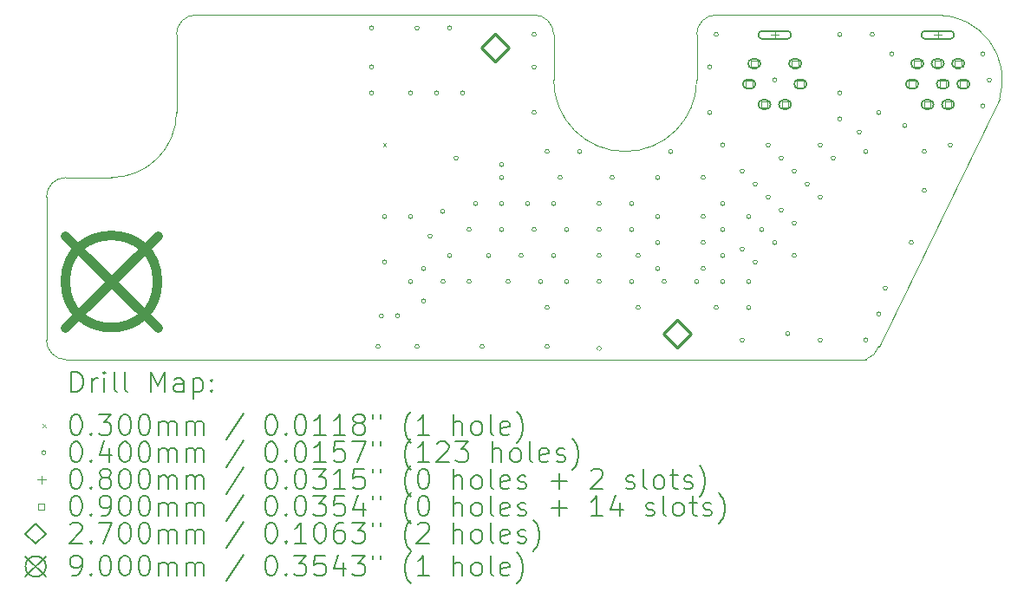
<source format=gbr>
%TF.GenerationSoftware,KiCad,Pcbnew,7.0.1-0*%
%TF.CreationDate,2023-05-18T00:20:09+08:00*%
%TF.ProjectId,FT817-BT-JDY67,46543831-372d-4425-942d-4a445936372e,20230517*%
%TF.SameCoordinates,Original*%
%TF.FileFunction,Drillmap*%
%TF.FilePolarity,Positive*%
%FSLAX45Y45*%
G04 Gerber Fmt 4.5, Leading zero omitted, Abs format (unit mm)*
G04 Created by KiCad (PCBNEW 7.0.1-0) date 2023-05-18 00:20:09*
%MOMM*%
%LPD*%
G01*
G04 APERTURE LIST*
%ADD10C,0.100000*%
%ADD11C,0.200000*%
%ADD12C,0.030000*%
%ADD13C,0.040000*%
%ADD14C,0.080000*%
%ADD15C,0.090000*%
%ADD16C,0.270000*%
%ADD17C,0.900000*%
G04 APERTURE END LIST*
D10*
X17208500Y-9525000D02*
X18388220Y-7103966D01*
X10541000Y-6286500D02*
G75*
G03*
X10350500Y-6477000I0J-190500D01*
G01*
X17081500Y-9652000D02*
G75*
G03*
X17208500Y-9525000I-63500J190500D01*
G01*
X9080500Y-9461500D02*
G75*
G03*
X9271000Y-9652000I190500J0D01*
G01*
X9271000Y-9652000D02*
X17081500Y-9652000D01*
X18388220Y-7103966D02*
G75*
G03*
X17780000Y-6286500I-608220J182466D01*
G01*
X17780000Y-6286500D02*
X15621000Y-6286500D01*
X10350500Y-7239000D02*
X10350500Y-6477000D01*
X9715500Y-7874000D02*
X9271000Y-7874000D01*
X14033500Y-6477000D02*
G75*
G03*
X13843000Y-6286500I-190500J0D01*
G01*
X9271000Y-7874000D02*
G75*
G03*
X9080500Y-8064500I0J-190500D01*
G01*
X14033500Y-6477000D02*
X14033500Y-6921500D01*
X9080500Y-8064500D02*
X9080500Y-9461500D01*
X9715500Y-7874000D02*
G75*
G03*
X10350500Y-7239000I0J635000D01*
G01*
X13843000Y-6286500D02*
X10541000Y-6286500D01*
X15430500Y-6477000D02*
X15430500Y-6921500D01*
X14033500Y-6921500D02*
G75*
G03*
X15430500Y-6921500I698500J0D01*
G01*
X15621000Y-6286500D02*
G75*
G03*
X15430500Y-6477000I0J-190500D01*
G01*
D11*
D12*
X12367500Y-7541500D02*
X12397500Y-7571500D01*
X12397500Y-7541500D02*
X12367500Y-7571500D01*
D13*
X12275500Y-6413500D02*
G75*
G03*
X12275500Y-6413500I-20000J0D01*
G01*
X12275500Y-6794500D02*
G75*
G03*
X12275500Y-6794500I-20000J0D01*
G01*
X12275500Y-7048500D02*
G75*
G03*
X12275500Y-7048500I-20000J0D01*
G01*
X12339000Y-9525000D02*
G75*
G03*
X12339000Y-9525000I-20000J0D01*
G01*
X12370200Y-9225200D02*
G75*
G03*
X12370200Y-9225200I-20000J0D01*
G01*
X12402500Y-8255000D02*
G75*
G03*
X12402500Y-8255000I-20000J0D01*
G01*
X12402500Y-8699500D02*
G75*
G03*
X12402500Y-8699500I-20000J0D01*
G01*
X12529500Y-9225200D02*
G75*
G03*
X12529500Y-9225200I-20000J0D01*
G01*
X12656500Y-7048500D02*
G75*
G03*
X12656500Y-7048500I-20000J0D01*
G01*
X12656500Y-8255000D02*
G75*
G03*
X12656500Y-8255000I-20000J0D01*
G01*
X12656500Y-8890000D02*
G75*
G03*
X12656500Y-8890000I-20000J0D01*
G01*
X12720000Y-6413500D02*
G75*
G03*
X12720000Y-6413500I-20000J0D01*
G01*
X12720000Y-9525000D02*
G75*
G03*
X12720000Y-9525000I-20000J0D01*
G01*
X12783500Y-8763000D02*
G75*
G03*
X12783500Y-8763000I-20000J0D01*
G01*
X12783500Y-9080500D02*
G75*
G03*
X12783500Y-9080500I-20000J0D01*
G01*
X12847000Y-8445500D02*
G75*
G03*
X12847000Y-8445500I-20000J0D01*
G01*
X12910500Y-7048500D02*
G75*
G03*
X12910500Y-7048500I-20000J0D01*
G01*
X12969800Y-8205000D02*
G75*
G03*
X12969800Y-8205000I-20000J0D01*
G01*
X12974000Y-8890000D02*
G75*
G03*
X12974000Y-8890000I-20000J0D01*
G01*
X13037500Y-6413500D02*
G75*
G03*
X13037500Y-6413500I-20000J0D01*
G01*
X13037500Y-8636000D02*
G75*
G03*
X13037500Y-8636000I-20000J0D01*
G01*
X13101000Y-7683500D02*
G75*
G03*
X13101000Y-7683500I-20000J0D01*
G01*
X13164500Y-7048500D02*
G75*
G03*
X13164500Y-7048500I-20000J0D01*
G01*
X13228000Y-8382000D02*
G75*
G03*
X13228000Y-8382000I-20000J0D01*
G01*
X13228000Y-8890000D02*
G75*
G03*
X13228000Y-8890000I-20000J0D01*
G01*
X13291500Y-8128000D02*
G75*
G03*
X13291500Y-8128000I-20000J0D01*
G01*
X13355000Y-9525000D02*
G75*
G03*
X13355000Y-9525000I-20000J0D01*
G01*
X13418500Y-8636000D02*
G75*
G03*
X13418500Y-8636000I-20000J0D01*
G01*
X13545500Y-7747000D02*
G75*
G03*
X13545500Y-7747000I-20000J0D01*
G01*
X13545500Y-7874000D02*
G75*
G03*
X13545500Y-7874000I-20000J0D01*
G01*
X13545500Y-8128000D02*
G75*
G03*
X13545500Y-8128000I-20000J0D01*
G01*
X13545500Y-8382000D02*
G75*
G03*
X13545500Y-8382000I-20000J0D01*
G01*
X13609000Y-8890000D02*
G75*
G03*
X13609000Y-8890000I-20000J0D01*
G01*
X13736000Y-8636000D02*
G75*
G03*
X13736000Y-8636000I-20000J0D01*
G01*
X13799500Y-8128000D02*
G75*
G03*
X13799500Y-8128000I-20000J0D01*
G01*
X13863000Y-6477000D02*
G75*
G03*
X13863000Y-6477000I-20000J0D01*
G01*
X13863000Y-6794500D02*
G75*
G03*
X13863000Y-6794500I-20000J0D01*
G01*
X13863000Y-7239000D02*
G75*
G03*
X13863000Y-7239000I-20000J0D01*
G01*
X13863000Y-8382000D02*
G75*
G03*
X13863000Y-8382000I-20000J0D01*
G01*
X13926500Y-8890000D02*
G75*
G03*
X13926500Y-8890000I-20000J0D01*
G01*
X13990000Y-7620000D02*
G75*
G03*
X13990000Y-7620000I-20000J0D01*
G01*
X13990000Y-9144000D02*
G75*
G03*
X13990000Y-9144000I-20000J0D01*
G01*
X13990000Y-9525000D02*
G75*
G03*
X13990000Y-9525000I-20000J0D01*
G01*
X14053500Y-8128000D02*
G75*
G03*
X14053500Y-8128000I-20000J0D01*
G01*
X14053500Y-8636000D02*
G75*
G03*
X14053500Y-8636000I-20000J0D01*
G01*
X14117000Y-7874000D02*
G75*
G03*
X14117000Y-7874000I-20000J0D01*
G01*
X14180500Y-8382000D02*
G75*
G03*
X14180500Y-8382000I-20000J0D01*
G01*
X14180500Y-8890000D02*
G75*
G03*
X14180500Y-8890000I-20000J0D01*
G01*
X14307500Y-7620000D02*
G75*
G03*
X14307500Y-7620000I-20000J0D01*
G01*
X14498000Y-8128000D02*
G75*
G03*
X14498000Y-8128000I-20000J0D01*
G01*
X14498000Y-8382000D02*
G75*
G03*
X14498000Y-8382000I-20000J0D01*
G01*
X14498000Y-8636000D02*
G75*
G03*
X14498000Y-8636000I-20000J0D01*
G01*
X14498000Y-8890000D02*
G75*
G03*
X14498000Y-8890000I-20000J0D01*
G01*
X14498000Y-9542700D02*
G75*
G03*
X14498000Y-9542700I-20000J0D01*
G01*
X14625000Y-7874000D02*
G75*
G03*
X14625000Y-7874000I-20000J0D01*
G01*
X14815500Y-8128000D02*
G75*
G03*
X14815500Y-8128000I-20000J0D01*
G01*
X14815500Y-8382000D02*
G75*
G03*
X14815500Y-8382000I-20000J0D01*
G01*
X14815500Y-8890000D02*
G75*
G03*
X14815500Y-8890000I-20000J0D01*
G01*
X14879000Y-8636000D02*
G75*
G03*
X14879000Y-8636000I-20000J0D01*
G01*
X14879000Y-9144000D02*
G75*
G03*
X14879000Y-9144000I-20000J0D01*
G01*
X15069500Y-7874000D02*
G75*
G03*
X15069500Y-7874000I-20000J0D01*
G01*
X15069500Y-8255000D02*
G75*
G03*
X15069500Y-8255000I-20000J0D01*
G01*
X15069500Y-8509000D02*
G75*
G03*
X15069500Y-8509000I-20000J0D01*
G01*
X15069500Y-8763000D02*
G75*
G03*
X15069500Y-8763000I-20000J0D01*
G01*
X15133000Y-8890000D02*
G75*
G03*
X15133000Y-8890000I-20000J0D01*
G01*
X15196500Y-7620000D02*
G75*
G03*
X15196500Y-7620000I-20000J0D01*
G01*
X15450500Y-8890000D02*
G75*
G03*
X15450500Y-8890000I-20000J0D01*
G01*
X15514000Y-7874000D02*
G75*
G03*
X15514000Y-7874000I-20000J0D01*
G01*
X15514000Y-8255000D02*
G75*
G03*
X15514000Y-8255000I-20000J0D01*
G01*
X15514000Y-8509000D02*
G75*
G03*
X15514000Y-8509000I-20000J0D01*
G01*
X15514000Y-8763000D02*
G75*
G03*
X15514000Y-8763000I-20000J0D01*
G01*
X15577500Y-6794500D02*
G75*
G03*
X15577500Y-6794500I-20000J0D01*
G01*
X15577500Y-7239000D02*
G75*
G03*
X15577500Y-7239000I-20000J0D01*
G01*
X15641000Y-6477000D02*
G75*
G03*
X15641000Y-6477000I-20000J0D01*
G01*
X15641000Y-9144000D02*
G75*
G03*
X15641000Y-9144000I-20000J0D01*
G01*
X15704500Y-7556500D02*
G75*
G03*
X15704500Y-7556500I-20000J0D01*
G01*
X15704500Y-8128000D02*
G75*
G03*
X15704500Y-8128000I-20000J0D01*
G01*
X15704500Y-8382000D02*
G75*
G03*
X15704500Y-8382000I-20000J0D01*
G01*
X15704500Y-8636000D02*
G75*
G03*
X15704500Y-8636000I-20000J0D01*
G01*
X15704500Y-8890000D02*
G75*
G03*
X15704500Y-8890000I-20000J0D01*
G01*
X15895000Y-7810500D02*
G75*
G03*
X15895000Y-7810500I-20000J0D01*
G01*
X15895000Y-8572500D02*
G75*
G03*
X15895000Y-8572500I-20000J0D01*
G01*
X15895000Y-9461500D02*
G75*
G03*
X15895000Y-9461500I-20000J0D01*
G01*
X15958500Y-8255000D02*
G75*
G03*
X15958500Y-8255000I-20000J0D01*
G01*
X15958500Y-8890000D02*
G75*
G03*
X15958500Y-8890000I-20000J0D01*
G01*
X15958500Y-9144000D02*
G75*
G03*
X15958500Y-9144000I-20000J0D01*
G01*
X16022000Y-7937500D02*
G75*
G03*
X16022000Y-7937500I-20000J0D01*
G01*
X16022000Y-8699500D02*
G75*
G03*
X16022000Y-8699500I-20000J0D01*
G01*
X16085500Y-8382000D02*
G75*
G03*
X16085500Y-8382000I-20000J0D01*
G01*
X16149000Y-7556500D02*
G75*
G03*
X16149000Y-7556500I-20000J0D01*
G01*
X16149000Y-8064500D02*
G75*
G03*
X16149000Y-8064500I-20000J0D01*
G01*
X16212500Y-6921500D02*
G75*
G03*
X16212500Y-6921500I-20000J0D01*
G01*
X16212500Y-8509000D02*
G75*
G03*
X16212500Y-8509000I-20000J0D01*
G01*
X16276000Y-7683500D02*
G75*
G03*
X16276000Y-7683500I-20000J0D01*
G01*
X16276000Y-8191500D02*
G75*
G03*
X16276000Y-8191500I-20000J0D01*
G01*
X16339500Y-9398000D02*
G75*
G03*
X16339500Y-9398000I-20000J0D01*
G01*
X16403000Y-7810500D02*
G75*
G03*
X16403000Y-7810500I-20000J0D01*
G01*
X16403000Y-8318500D02*
G75*
G03*
X16403000Y-8318500I-20000J0D01*
G01*
X16403000Y-8636000D02*
G75*
G03*
X16403000Y-8636000I-20000J0D01*
G01*
X16530000Y-7937500D02*
G75*
G03*
X16530000Y-7937500I-20000J0D01*
G01*
X16657000Y-7556500D02*
G75*
G03*
X16657000Y-7556500I-20000J0D01*
G01*
X16657000Y-8064500D02*
G75*
G03*
X16657000Y-8064500I-20000J0D01*
G01*
X16657000Y-9461500D02*
G75*
G03*
X16657000Y-9461500I-20000J0D01*
G01*
X16784000Y-7683500D02*
G75*
G03*
X16784000Y-7683500I-20000J0D01*
G01*
X16847500Y-6477000D02*
G75*
G03*
X16847500Y-6477000I-20000J0D01*
G01*
X16847500Y-7048500D02*
G75*
G03*
X16847500Y-7048500I-20000J0D01*
G01*
X16847500Y-7302500D02*
G75*
G03*
X16847500Y-7302500I-20000J0D01*
G01*
X17038000Y-7429500D02*
G75*
G03*
X17038000Y-7429500I-20000J0D01*
G01*
X17101500Y-7620000D02*
G75*
G03*
X17101500Y-7620000I-20000J0D01*
G01*
X17101500Y-9461500D02*
G75*
G03*
X17101500Y-9461500I-20000J0D01*
G01*
X17165000Y-6477000D02*
G75*
G03*
X17165000Y-6477000I-20000J0D01*
G01*
X17228500Y-7239000D02*
G75*
G03*
X17228500Y-7239000I-20000J0D01*
G01*
X17228500Y-9207500D02*
G75*
G03*
X17228500Y-9207500I-20000J0D01*
G01*
X17292000Y-8953500D02*
G75*
G03*
X17292000Y-8953500I-20000J0D01*
G01*
X17355500Y-6667500D02*
G75*
G03*
X17355500Y-6667500I-20000J0D01*
G01*
X17482500Y-7366000D02*
G75*
G03*
X17482500Y-7366000I-20000J0D01*
G01*
X17546000Y-8509000D02*
G75*
G03*
X17546000Y-8509000I-20000J0D01*
G01*
X17673000Y-7620000D02*
G75*
G03*
X17673000Y-7620000I-20000J0D01*
G01*
X17673000Y-8001000D02*
G75*
G03*
X17673000Y-8001000I-20000J0D01*
G01*
X17927000Y-7556500D02*
G75*
G03*
X17927000Y-7556500I-20000J0D01*
G01*
X18244500Y-6667500D02*
G75*
G03*
X18244500Y-6667500I-20000J0D01*
G01*
X18244500Y-7175500D02*
G75*
G03*
X18244500Y-7175500I-20000J0D01*
G01*
X18308000Y-6921500D02*
G75*
G03*
X18308000Y-6921500I-20000J0D01*
G01*
D14*
X16192500Y-6441500D02*
X16192500Y-6521500D01*
X16152500Y-6481500D02*
X16232500Y-6481500D01*
D11*
X16072500Y-6521500D02*
X16312500Y-6521500D01*
X16312500Y-6521500D02*
G75*
G03*
X16312500Y-6441500I0J40000D01*
G01*
X16312500Y-6441500D02*
X16072500Y-6441500D01*
X16072500Y-6441500D02*
G75*
G03*
X16072500Y-6521500I0J-40000D01*
G01*
D14*
X17784000Y-6441500D02*
X17784000Y-6521500D01*
X17744000Y-6481500D02*
X17824000Y-6481500D01*
D11*
X17664000Y-6521500D02*
X17904000Y-6521500D01*
X17904000Y-6521500D02*
G75*
G03*
X17904000Y-6441500I0J40000D01*
G01*
X17904000Y-6441500D02*
X17664000Y-6441500D01*
X17664000Y-6441500D02*
G75*
G03*
X17664000Y-6521500I0J-40000D01*
G01*
D15*
X15974320Y-6993320D02*
X15974320Y-6929680D01*
X15910680Y-6929680D01*
X15910680Y-6993320D01*
X15974320Y-6993320D01*
D11*
X15927500Y-7006500D02*
X15957500Y-7006500D01*
X15957500Y-7006500D02*
G75*
G03*
X15957500Y-6916500I0J45000D01*
G01*
X15957500Y-6916500D02*
X15927500Y-6916500D01*
X15927500Y-6916500D02*
G75*
G03*
X15927500Y-7006500I0J-45000D01*
G01*
D15*
X16024320Y-6793320D02*
X16024320Y-6729680D01*
X15960680Y-6729680D01*
X15960680Y-6793320D01*
X16024320Y-6793320D01*
D11*
X15977500Y-6806500D02*
X16007500Y-6806500D01*
X16007500Y-6806500D02*
G75*
G03*
X16007500Y-6716500I0J45000D01*
G01*
X16007500Y-6716500D02*
X15977500Y-6716500D01*
X15977500Y-6716500D02*
G75*
G03*
X15977500Y-6806500I0J-45000D01*
G01*
D15*
X16124320Y-7193320D02*
X16124320Y-7129680D01*
X16060680Y-7129680D01*
X16060680Y-7193320D01*
X16124320Y-7193320D01*
D11*
X16077500Y-7206500D02*
X16107500Y-7206500D01*
X16107500Y-7206500D02*
G75*
G03*
X16107500Y-7116500I0J45000D01*
G01*
X16107500Y-7116500D02*
X16077500Y-7116500D01*
X16077500Y-7116500D02*
G75*
G03*
X16077500Y-7206500I0J-45000D01*
G01*
D15*
X16324320Y-7193320D02*
X16324320Y-7129680D01*
X16260680Y-7129680D01*
X16260680Y-7193320D01*
X16324320Y-7193320D01*
D11*
X16277500Y-7206500D02*
X16307500Y-7206500D01*
X16307500Y-7206500D02*
G75*
G03*
X16307500Y-7116500I0J45000D01*
G01*
X16307500Y-7116500D02*
X16277500Y-7116500D01*
X16277500Y-7116500D02*
G75*
G03*
X16277500Y-7206500I0J-45000D01*
G01*
D15*
X16424320Y-6793320D02*
X16424320Y-6729680D01*
X16360680Y-6729680D01*
X16360680Y-6793320D01*
X16424320Y-6793320D01*
D11*
X16377500Y-6806500D02*
X16407500Y-6806500D01*
X16407500Y-6806500D02*
G75*
G03*
X16407500Y-6716500I0J45000D01*
G01*
X16407500Y-6716500D02*
X16377500Y-6716500D01*
X16377500Y-6716500D02*
G75*
G03*
X16377500Y-6806500I0J-45000D01*
G01*
D15*
X16474320Y-6993320D02*
X16474320Y-6929680D01*
X16410680Y-6929680D01*
X16410680Y-6993320D01*
X16474320Y-6993320D01*
D11*
X16427500Y-7006500D02*
X16457500Y-7006500D01*
X16457500Y-7006500D02*
G75*
G03*
X16457500Y-6916500I0J45000D01*
G01*
X16457500Y-6916500D02*
X16427500Y-6916500D01*
X16427500Y-6916500D02*
G75*
G03*
X16427500Y-7006500I0J-45000D01*
G01*
D15*
X17565820Y-6993320D02*
X17565820Y-6929680D01*
X17502180Y-6929680D01*
X17502180Y-6993320D01*
X17565820Y-6993320D01*
D11*
X17519000Y-7006500D02*
X17549000Y-7006500D01*
X17549000Y-7006500D02*
G75*
G03*
X17549000Y-6916500I0J45000D01*
G01*
X17549000Y-6916500D02*
X17519000Y-6916500D01*
X17519000Y-6916500D02*
G75*
G03*
X17519000Y-7006500I0J-45000D01*
G01*
D15*
X17615820Y-6793320D02*
X17615820Y-6729680D01*
X17552180Y-6729680D01*
X17552180Y-6793320D01*
X17615820Y-6793320D01*
D11*
X17569000Y-6806500D02*
X17599000Y-6806500D01*
X17599000Y-6806500D02*
G75*
G03*
X17599000Y-6716500I0J45000D01*
G01*
X17599000Y-6716500D02*
X17569000Y-6716500D01*
X17569000Y-6716500D02*
G75*
G03*
X17569000Y-6806500I0J-45000D01*
G01*
D15*
X17715820Y-7193320D02*
X17715820Y-7129680D01*
X17652180Y-7129680D01*
X17652180Y-7193320D01*
X17715820Y-7193320D01*
D11*
X17669000Y-7206500D02*
X17699000Y-7206500D01*
X17699000Y-7206500D02*
G75*
G03*
X17699000Y-7116500I0J45000D01*
G01*
X17699000Y-7116500D02*
X17669000Y-7116500D01*
X17669000Y-7116500D02*
G75*
G03*
X17669000Y-7206500I0J-45000D01*
G01*
D15*
X17815820Y-6793320D02*
X17815820Y-6729680D01*
X17752180Y-6729680D01*
X17752180Y-6793320D01*
X17815820Y-6793320D01*
D11*
X17769000Y-6806500D02*
X17799000Y-6806500D01*
X17799000Y-6806500D02*
G75*
G03*
X17799000Y-6716500I0J45000D01*
G01*
X17799000Y-6716500D02*
X17769000Y-6716500D01*
X17769000Y-6716500D02*
G75*
G03*
X17769000Y-6806500I0J-45000D01*
G01*
D15*
X17865820Y-6993320D02*
X17865820Y-6929680D01*
X17802180Y-6929680D01*
X17802180Y-6993320D01*
X17865820Y-6993320D01*
D11*
X17819000Y-7006500D02*
X17849000Y-7006500D01*
X17849000Y-7006500D02*
G75*
G03*
X17849000Y-6916500I0J45000D01*
G01*
X17849000Y-6916500D02*
X17819000Y-6916500D01*
X17819000Y-6916500D02*
G75*
G03*
X17819000Y-7006500I0J-45000D01*
G01*
D15*
X17915820Y-7193320D02*
X17915820Y-7129680D01*
X17852180Y-7129680D01*
X17852180Y-7193320D01*
X17915820Y-7193320D01*
D11*
X17869000Y-7206500D02*
X17899000Y-7206500D01*
X17899000Y-7206500D02*
G75*
G03*
X17899000Y-7116500I0J45000D01*
G01*
X17899000Y-7116500D02*
X17869000Y-7116500D01*
X17869000Y-7116500D02*
G75*
G03*
X17869000Y-7206500I0J-45000D01*
G01*
D15*
X18015820Y-6793320D02*
X18015820Y-6729680D01*
X17952180Y-6729680D01*
X17952180Y-6793320D01*
X18015820Y-6793320D01*
D11*
X17969000Y-6806500D02*
X17999000Y-6806500D01*
X17999000Y-6806500D02*
G75*
G03*
X17999000Y-6716500I0J45000D01*
G01*
X17999000Y-6716500D02*
X17969000Y-6716500D01*
X17969000Y-6716500D02*
G75*
G03*
X17969000Y-6806500I0J-45000D01*
G01*
D15*
X18065820Y-6993320D02*
X18065820Y-6929680D01*
X18002180Y-6929680D01*
X18002180Y-6993320D01*
X18065820Y-6993320D01*
D11*
X18019000Y-7006500D02*
X18049000Y-7006500D01*
X18049000Y-7006500D02*
G75*
G03*
X18049000Y-6916500I0J45000D01*
G01*
X18049000Y-6916500D02*
X18019000Y-6916500D01*
X18019000Y-6916500D02*
G75*
G03*
X18019000Y-7006500I0J-45000D01*
G01*
D16*
X13462000Y-6739000D02*
X13597000Y-6604000D01*
X13462000Y-6469000D01*
X13327000Y-6604000D01*
X13462000Y-6739000D01*
X15240000Y-9533000D02*
X15375000Y-9398000D01*
X15240000Y-9263000D01*
X15105000Y-9398000D01*
X15240000Y-9533000D01*
D17*
X9265500Y-8440000D02*
X10165500Y-9340000D01*
X10165500Y-8440000D02*
X9265500Y-9340000D01*
X10165500Y-8890000D02*
G75*
G03*
X10165500Y-8890000I-450000J0D01*
G01*
D11*
X9323119Y-9969524D02*
X9323119Y-9769524D01*
X9323119Y-9769524D02*
X9370738Y-9769524D01*
X9370738Y-9769524D02*
X9399309Y-9779048D01*
X9399309Y-9779048D02*
X9418357Y-9798095D01*
X9418357Y-9798095D02*
X9427881Y-9817143D01*
X9427881Y-9817143D02*
X9437405Y-9855238D01*
X9437405Y-9855238D02*
X9437405Y-9883810D01*
X9437405Y-9883810D02*
X9427881Y-9921905D01*
X9427881Y-9921905D02*
X9418357Y-9940952D01*
X9418357Y-9940952D02*
X9399309Y-9960000D01*
X9399309Y-9960000D02*
X9370738Y-9969524D01*
X9370738Y-9969524D02*
X9323119Y-9969524D01*
X9523119Y-9969524D02*
X9523119Y-9836190D01*
X9523119Y-9874286D02*
X9532643Y-9855238D01*
X9532643Y-9855238D02*
X9542167Y-9845714D01*
X9542167Y-9845714D02*
X9561214Y-9836190D01*
X9561214Y-9836190D02*
X9580262Y-9836190D01*
X9646928Y-9969524D02*
X9646928Y-9836190D01*
X9646928Y-9769524D02*
X9637405Y-9779048D01*
X9637405Y-9779048D02*
X9646928Y-9788571D01*
X9646928Y-9788571D02*
X9656452Y-9779048D01*
X9656452Y-9779048D02*
X9646928Y-9769524D01*
X9646928Y-9769524D02*
X9646928Y-9788571D01*
X9770738Y-9969524D02*
X9751690Y-9960000D01*
X9751690Y-9960000D02*
X9742167Y-9940952D01*
X9742167Y-9940952D02*
X9742167Y-9769524D01*
X9875500Y-9969524D02*
X9856452Y-9960000D01*
X9856452Y-9960000D02*
X9846928Y-9940952D01*
X9846928Y-9940952D02*
X9846928Y-9769524D01*
X10104071Y-9969524D02*
X10104071Y-9769524D01*
X10104071Y-9769524D02*
X10170738Y-9912381D01*
X10170738Y-9912381D02*
X10237405Y-9769524D01*
X10237405Y-9769524D02*
X10237405Y-9969524D01*
X10418357Y-9969524D02*
X10418357Y-9864762D01*
X10418357Y-9864762D02*
X10408833Y-9845714D01*
X10408833Y-9845714D02*
X10389786Y-9836190D01*
X10389786Y-9836190D02*
X10351690Y-9836190D01*
X10351690Y-9836190D02*
X10332643Y-9845714D01*
X10418357Y-9960000D02*
X10399309Y-9969524D01*
X10399309Y-9969524D02*
X10351690Y-9969524D01*
X10351690Y-9969524D02*
X10332643Y-9960000D01*
X10332643Y-9960000D02*
X10323119Y-9940952D01*
X10323119Y-9940952D02*
X10323119Y-9921905D01*
X10323119Y-9921905D02*
X10332643Y-9902857D01*
X10332643Y-9902857D02*
X10351690Y-9893333D01*
X10351690Y-9893333D02*
X10399309Y-9893333D01*
X10399309Y-9893333D02*
X10418357Y-9883810D01*
X10513595Y-9836190D02*
X10513595Y-10036190D01*
X10513595Y-9845714D02*
X10532643Y-9836190D01*
X10532643Y-9836190D02*
X10570738Y-9836190D01*
X10570738Y-9836190D02*
X10589786Y-9845714D01*
X10589786Y-9845714D02*
X10599309Y-9855238D01*
X10599309Y-9855238D02*
X10608833Y-9874286D01*
X10608833Y-9874286D02*
X10608833Y-9931429D01*
X10608833Y-9931429D02*
X10599309Y-9950476D01*
X10599309Y-9950476D02*
X10589786Y-9960000D01*
X10589786Y-9960000D02*
X10570738Y-9969524D01*
X10570738Y-9969524D02*
X10532643Y-9969524D01*
X10532643Y-9969524D02*
X10513595Y-9960000D01*
X10694548Y-9950476D02*
X10704071Y-9960000D01*
X10704071Y-9960000D02*
X10694548Y-9969524D01*
X10694548Y-9969524D02*
X10685024Y-9960000D01*
X10685024Y-9960000D02*
X10694548Y-9950476D01*
X10694548Y-9950476D02*
X10694548Y-9969524D01*
X10694548Y-9845714D02*
X10704071Y-9855238D01*
X10704071Y-9855238D02*
X10694548Y-9864762D01*
X10694548Y-9864762D02*
X10685024Y-9855238D01*
X10685024Y-9855238D02*
X10694548Y-9845714D01*
X10694548Y-9845714D02*
X10694548Y-9864762D01*
D12*
X9045500Y-10282000D02*
X9075500Y-10312000D01*
X9075500Y-10282000D02*
X9045500Y-10312000D01*
D11*
X9361214Y-10189524D02*
X9380262Y-10189524D01*
X9380262Y-10189524D02*
X9399309Y-10199048D01*
X9399309Y-10199048D02*
X9408833Y-10208571D01*
X9408833Y-10208571D02*
X9418357Y-10227619D01*
X9418357Y-10227619D02*
X9427881Y-10265714D01*
X9427881Y-10265714D02*
X9427881Y-10313333D01*
X9427881Y-10313333D02*
X9418357Y-10351429D01*
X9418357Y-10351429D02*
X9408833Y-10370476D01*
X9408833Y-10370476D02*
X9399309Y-10380000D01*
X9399309Y-10380000D02*
X9380262Y-10389524D01*
X9380262Y-10389524D02*
X9361214Y-10389524D01*
X9361214Y-10389524D02*
X9342167Y-10380000D01*
X9342167Y-10380000D02*
X9332643Y-10370476D01*
X9332643Y-10370476D02*
X9323119Y-10351429D01*
X9323119Y-10351429D02*
X9313595Y-10313333D01*
X9313595Y-10313333D02*
X9313595Y-10265714D01*
X9313595Y-10265714D02*
X9323119Y-10227619D01*
X9323119Y-10227619D02*
X9332643Y-10208571D01*
X9332643Y-10208571D02*
X9342167Y-10199048D01*
X9342167Y-10199048D02*
X9361214Y-10189524D01*
X9513595Y-10370476D02*
X9523119Y-10380000D01*
X9523119Y-10380000D02*
X9513595Y-10389524D01*
X9513595Y-10389524D02*
X9504071Y-10380000D01*
X9504071Y-10380000D02*
X9513595Y-10370476D01*
X9513595Y-10370476D02*
X9513595Y-10389524D01*
X9589786Y-10189524D02*
X9713595Y-10189524D01*
X9713595Y-10189524D02*
X9646928Y-10265714D01*
X9646928Y-10265714D02*
X9675500Y-10265714D01*
X9675500Y-10265714D02*
X9694548Y-10275238D01*
X9694548Y-10275238D02*
X9704071Y-10284762D01*
X9704071Y-10284762D02*
X9713595Y-10303810D01*
X9713595Y-10303810D02*
X9713595Y-10351429D01*
X9713595Y-10351429D02*
X9704071Y-10370476D01*
X9704071Y-10370476D02*
X9694548Y-10380000D01*
X9694548Y-10380000D02*
X9675500Y-10389524D01*
X9675500Y-10389524D02*
X9618357Y-10389524D01*
X9618357Y-10389524D02*
X9599309Y-10380000D01*
X9599309Y-10380000D02*
X9589786Y-10370476D01*
X9837405Y-10189524D02*
X9856452Y-10189524D01*
X9856452Y-10189524D02*
X9875500Y-10199048D01*
X9875500Y-10199048D02*
X9885024Y-10208571D01*
X9885024Y-10208571D02*
X9894548Y-10227619D01*
X9894548Y-10227619D02*
X9904071Y-10265714D01*
X9904071Y-10265714D02*
X9904071Y-10313333D01*
X9904071Y-10313333D02*
X9894548Y-10351429D01*
X9894548Y-10351429D02*
X9885024Y-10370476D01*
X9885024Y-10370476D02*
X9875500Y-10380000D01*
X9875500Y-10380000D02*
X9856452Y-10389524D01*
X9856452Y-10389524D02*
X9837405Y-10389524D01*
X9837405Y-10389524D02*
X9818357Y-10380000D01*
X9818357Y-10380000D02*
X9808833Y-10370476D01*
X9808833Y-10370476D02*
X9799309Y-10351429D01*
X9799309Y-10351429D02*
X9789786Y-10313333D01*
X9789786Y-10313333D02*
X9789786Y-10265714D01*
X9789786Y-10265714D02*
X9799309Y-10227619D01*
X9799309Y-10227619D02*
X9808833Y-10208571D01*
X9808833Y-10208571D02*
X9818357Y-10199048D01*
X9818357Y-10199048D02*
X9837405Y-10189524D01*
X10027881Y-10189524D02*
X10046929Y-10189524D01*
X10046929Y-10189524D02*
X10065976Y-10199048D01*
X10065976Y-10199048D02*
X10075500Y-10208571D01*
X10075500Y-10208571D02*
X10085024Y-10227619D01*
X10085024Y-10227619D02*
X10094548Y-10265714D01*
X10094548Y-10265714D02*
X10094548Y-10313333D01*
X10094548Y-10313333D02*
X10085024Y-10351429D01*
X10085024Y-10351429D02*
X10075500Y-10370476D01*
X10075500Y-10370476D02*
X10065976Y-10380000D01*
X10065976Y-10380000D02*
X10046929Y-10389524D01*
X10046929Y-10389524D02*
X10027881Y-10389524D01*
X10027881Y-10389524D02*
X10008833Y-10380000D01*
X10008833Y-10380000D02*
X9999309Y-10370476D01*
X9999309Y-10370476D02*
X9989786Y-10351429D01*
X9989786Y-10351429D02*
X9980262Y-10313333D01*
X9980262Y-10313333D02*
X9980262Y-10265714D01*
X9980262Y-10265714D02*
X9989786Y-10227619D01*
X9989786Y-10227619D02*
X9999309Y-10208571D01*
X9999309Y-10208571D02*
X10008833Y-10199048D01*
X10008833Y-10199048D02*
X10027881Y-10189524D01*
X10180262Y-10389524D02*
X10180262Y-10256190D01*
X10180262Y-10275238D02*
X10189786Y-10265714D01*
X10189786Y-10265714D02*
X10208833Y-10256190D01*
X10208833Y-10256190D02*
X10237405Y-10256190D01*
X10237405Y-10256190D02*
X10256452Y-10265714D01*
X10256452Y-10265714D02*
X10265976Y-10284762D01*
X10265976Y-10284762D02*
X10265976Y-10389524D01*
X10265976Y-10284762D02*
X10275500Y-10265714D01*
X10275500Y-10265714D02*
X10294548Y-10256190D01*
X10294548Y-10256190D02*
X10323119Y-10256190D01*
X10323119Y-10256190D02*
X10342167Y-10265714D01*
X10342167Y-10265714D02*
X10351690Y-10284762D01*
X10351690Y-10284762D02*
X10351690Y-10389524D01*
X10446929Y-10389524D02*
X10446929Y-10256190D01*
X10446929Y-10275238D02*
X10456452Y-10265714D01*
X10456452Y-10265714D02*
X10475500Y-10256190D01*
X10475500Y-10256190D02*
X10504071Y-10256190D01*
X10504071Y-10256190D02*
X10523119Y-10265714D01*
X10523119Y-10265714D02*
X10532643Y-10284762D01*
X10532643Y-10284762D02*
X10532643Y-10389524D01*
X10532643Y-10284762D02*
X10542167Y-10265714D01*
X10542167Y-10265714D02*
X10561214Y-10256190D01*
X10561214Y-10256190D02*
X10589786Y-10256190D01*
X10589786Y-10256190D02*
X10608833Y-10265714D01*
X10608833Y-10265714D02*
X10618357Y-10284762D01*
X10618357Y-10284762D02*
X10618357Y-10389524D01*
X11008833Y-10180000D02*
X10837405Y-10437143D01*
X11265976Y-10189524D02*
X11285024Y-10189524D01*
X11285024Y-10189524D02*
X11304071Y-10199048D01*
X11304071Y-10199048D02*
X11313595Y-10208571D01*
X11313595Y-10208571D02*
X11323119Y-10227619D01*
X11323119Y-10227619D02*
X11332643Y-10265714D01*
X11332643Y-10265714D02*
X11332643Y-10313333D01*
X11332643Y-10313333D02*
X11323119Y-10351429D01*
X11323119Y-10351429D02*
X11313595Y-10370476D01*
X11313595Y-10370476D02*
X11304071Y-10380000D01*
X11304071Y-10380000D02*
X11285024Y-10389524D01*
X11285024Y-10389524D02*
X11265976Y-10389524D01*
X11265976Y-10389524D02*
X11246929Y-10380000D01*
X11246929Y-10380000D02*
X11237405Y-10370476D01*
X11237405Y-10370476D02*
X11227881Y-10351429D01*
X11227881Y-10351429D02*
X11218357Y-10313333D01*
X11218357Y-10313333D02*
X11218357Y-10265714D01*
X11218357Y-10265714D02*
X11227881Y-10227619D01*
X11227881Y-10227619D02*
X11237405Y-10208571D01*
X11237405Y-10208571D02*
X11246929Y-10199048D01*
X11246929Y-10199048D02*
X11265976Y-10189524D01*
X11418357Y-10370476D02*
X11427881Y-10380000D01*
X11427881Y-10380000D02*
X11418357Y-10389524D01*
X11418357Y-10389524D02*
X11408833Y-10380000D01*
X11408833Y-10380000D02*
X11418357Y-10370476D01*
X11418357Y-10370476D02*
X11418357Y-10389524D01*
X11551690Y-10189524D02*
X11570738Y-10189524D01*
X11570738Y-10189524D02*
X11589786Y-10199048D01*
X11589786Y-10199048D02*
X11599310Y-10208571D01*
X11599310Y-10208571D02*
X11608833Y-10227619D01*
X11608833Y-10227619D02*
X11618357Y-10265714D01*
X11618357Y-10265714D02*
X11618357Y-10313333D01*
X11618357Y-10313333D02*
X11608833Y-10351429D01*
X11608833Y-10351429D02*
X11599310Y-10370476D01*
X11599310Y-10370476D02*
X11589786Y-10380000D01*
X11589786Y-10380000D02*
X11570738Y-10389524D01*
X11570738Y-10389524D02*
X11551690Y-10389524D01*
X11551690Y-10389524D02*
X11532643Y-10380000D01*
X11532643Y-10380000D02*
X11523119Y-10370476D01*
X11523119Y-10370476D02*
X11513595Y-10351429D01*
X11513595Y-10351429D02*
X11504071Y-10313333D01*
X11504071Y-10313333D02*
X11504071Y-10265714D01*
X11504071Y-10265714D02*
X11513595Y-10227619D01*
X11513595Y-10227619D02*
X11523119Y-10208571D01*
X11523119Y-10208571D02*
X11532643Y-10199048D01*
X11532643Y-10199048D02*
X11551690Y-10189524D01*
X11808833Y-10389524D02*
X11694548Y-10389524D01*
X11751690Y-10389524D02*
X11751690Y-10189524D01*
X11751690Y-10189524D02*
X11732643Y-10218095D01*
X11732643Y-10218095D02*
X11713595Y-10237143D01*
X11713595Y-10237143D02*
X11694548Y-10246667D01*
X11999310Y-10389524D02*
X11885024Y-10389524D01*
X11942167Y-10389524D02*
X11942167Y-10189524D01*
X11942167Y-10189524D02*
X11923119Y-10218095D01*
X11923119Y-10218095D02*
X11904071Y-10237143D01*
X11904071Y-10237143D02*
X11885024Y-10246667D01*
X12113595Y-10275238D02*
X12094548Y-10265714D01*
X12094548Y-10265714D02*
X12085024Y-10256190D01*
X12085024Y-10256190D02*
X12075500Y-10237143D01*
X12075500Y-10237143D02*
X12075500Y-10227619D01*
X12075500Y-10227619D02*
X12085024Y-10208571D01*
X12085024Y-10208571D02*
X12094548Y-10199048D01*
X12094548Y-10199048D02*
X12113595Y-10189524D01*
X12113595Y-10189524D02*
X12151691Y-10189524D01*
X12151691Y-10189524D02*
X12170738Y-10199048D01*
X12170738Y-10199048D02*
X12180262Y-10208571D01*
X12180262Y-10208571D02*
X12189786Y-10227619D01*
X12189786Y-10227619D02*
X12189786Y-10237143D01*
X12189786Y-10237143D02*
X12180262Y-10256190D01*
X12180262Y-10256190D02*
X12170738Y-10265714D01*
X12170738Y-10265714D02*
X12151691Y-10275238D01*
X12151691Y-10275238D02*
X12113595Y-10275238D01*
X12113595Y-10275238D02*
X12094548Y-10284762D01*
X12094548Y-10284762D02*
X12085024Y-10294286D01*
X12085024Y-10294286D02*
X12075500Y-10313333D01*
X12075500Y-10313333D02*
X12075500Y-10351429D01*
X12075500Y-10351429D02*
X12085024Y-10370476D01*
X12085024Y-10370476D02*
X12094548Y-10380000D01*
X12094548Y-10380000D02*
X12113595Y-10389524D01*
X12113595Y-10389524D02*
X12151691Y-10389524D01*
X12151691Y-10389524D02*
X12170738Y-10380000D01*
X12170738Y-10380000D02*
X12180262Y-10370476D01*
X12180262Y-10370476D02*
X12189786Y-10351429D01*
X12189786Y-10351429D02*
X12189786Y-10313333D01*
X12189786Y-10313333D02*
X12180262Y-10294286D01*
X12180262Y-10294286D02*
X12170738Y-10284762D01*
X12170738Y-10284762D02*
X12151691Y-10275238D01*
X12265976Y-10189524D02*
X12265976Y-10227619D01*
X12342167Y-10189524D02*
X12342167Y-10227619D01*
X12637405Y-10465714D02*
X12627881Y-10456190D01*
X12627881Y-10456190D02*
X12608833Y-10427619D01*
X12608833Y-10427619D02*
X12599310Y-10408571D01*
X12599310Y-10408571D02*
X12589786Y-10380000D01*
X12589786Y-10380000D02*
X12580262Y-10332381D01*
X12580262Y-10332381D02*
X12580262Y-10294286D01*
X12580262Y-10294286D02*
X12589786Y-10246667D01*
X12589786Y-10246667D02*
X12599310Y-10218095D01*
X12599310Y-10218095D02*
X12608833Y-10199048D01*
X12608833Y-10199048D02*
X12627881Y-10170476D01*
X12627881Y-10170476D02*
X12637405Y-10160952D01*
X12818357Y-10389524D02*
X12704072Y-10389524D01*
X12761214Y-10389524D02*
X12761214Y-10189524D01*
X12761214Y-10189524D02*
X12742167Y-10218095D01*
X12742167Y-10218095D02*
X12723119Y-10237143D01*
X12723119Y-10237143D02*
X12704072Y-10246667D01*
X13056453Y-10389524D02*
X13056453Y-10189524D01*
X13142167Y-10389524D02*
X13142167Y-10284762D01*
X13142167Y-10284762D02*
X13132643Y-10265714D01*
X13132643Y-10265714D02*
X13113595Y-10256190D01*
X13113595Y-10256190D02*
X13085024Y-10256190D01*
X13085024Y-10256190D02*
X13065976Y-10265714D01*
X13065976Y-10265714D02*
X13056453Y-10275238D01*
X13265976Y-10389524D02*
X13246929Y-10380000D01*
X13246929Y-10380000D02*
X13237405Y-10370476D01*
X13237405Y-10370476D02*
X13227881Y-10351429D01*
X13227881Y-10351429D02*
X13227881Y-10294286D01*
X13227881Y-10294286D02*
X13237405Y-10275238D01*
X13237405Y-10275238D02*
X13246929Y-10265714D01*
X13246929Y-10265714D02*
X13265976Y-10256190D01*
X13265976Y-10256190D02*
X13294548Y-10256190D01*
X13294548Y-10256190D02*
X13313595Y-10265714D01*
X13313595Y-10265714D02*
X13323119Y-10275238D01*
X13323119Y-10275238D02*
X13332643Y-10294286D01*
X13332643Y-10294286D02*
X13332643Y-10351429D01*
X13332643Y-10351429D02*
X13323119Y-10370476D01*
X13323119Y-10370476D02*
X13313595Y-10380000D01*
X13313595Y-10380000D02*
X13294548Y-10389524D01*
X13294548Y-10389524D02*
X13265976Y-10389524D01*
X13446929Y-10389524D02*
X13427881Y-10380000D01*
X13427881Y-10380000D02*
X13418357Y-10360952D01*
X13418357Y-10360952D02*
X13418357Y-10189524D01*
X13599310Y-10380000D02*
X13580262Y-10389524D01*
X13580262Y-10389524D02*
X13542167Y-10389524D01*
X13542167Y-10389524D02*
X13523119Y-10380000D01*
X13523119Y-10380000D02*
X13513595Y-10360952D01*
X13513595Y-10360952D02*
X13513595Y-10284762D01*
X13513595Y-10284762D02*
X13523119Y-10265714D01*
X13523119Y-10265714D02*
X13542167Y-10256190D01*
X13542167Y-10256190D02*
X13580262Y-10256190D01*
X13580262Y-10256190D02*
X13599310Y-10265714D01*
X13599310Y-10265714D02*
X13608834Y-10284762D01*
X13608834Y-10284762D02*
X13608834Y-10303810D01*
X13608834Y-10303810D02*
X13513595Y-10322857D01*
X13675500Y-10465714D02*
X13685024Y-10456190D01*
X13685024Y-10456190D02*
X13704072Y-10427619D01*
X13704072Y-10427619D02*
X13713595Y-10408571D01*
X13713595Y-10408571D02*
X13723119Y-10380000D01*
X13723119Y-10380000D02*
X13732643Y-10332381D01*
X13732643Y-10332381D02*
X13732643Y-10294286D01*
X13732643Y-10294286D02*
X13723119Y-10246667D01*
X13723119Y-10246667D02*
X13713595Y-10218095D01*
X13713595Y-10218095D02*
X13704072Y-10199048D01*
X13704072Y-10199048D02*
X13685024Y-10170476D01*
X13685024Y-10170476D02*
X13675500Y-10160952D01*
D13*
X9075500Y-10561000D02*
G75*
G03*
X9075500Y-10561000I-20000J0D01*
G01*
D11*
X9361214Y-10453524D02*
X9380262Y-10453524D01*
X9380262Y-10453524D02*
X9399309Y-10463048D01*
X9399309Y-10463048D02*
X9408833Y-10472571D01*
X9408833Y-10472571D02*
X9418357Y-10491619D01*
X9418357Y-10491619D02*
X9427881Y-10529714D01*
X9427881Y-10529714D02*
X9427881Y-10577333D01*
X9427881Y-10577333D02*
X9418357Y-10615429D01*
X9418357Y-10615429D02*
X9408833Y-10634476D01*
X9408833Y-10634476D02*
X9399309Y-10644000D01*
X9399309Y-10644000D02*
X9380262Y-10653524D01*
X9380262Y-10653524D02*
X9361214Y-10653524D01*
X9361214Y-10653524D02*
X9342167Y-10644000D01*
X9342167Y-10644000D02*
X9332643Y-10634476D01*
X9332643Y-10634476D02*
X9323119Y-10615429D01*
X9323119Y-10615429D02*
X9313595Y-10577333D01*
X9313595Y-10577333D02*
X9313595Y-10529714D01*
X9313595Y-10529714D02*
X9323119Y-10491619D01*
X9323119Y-10491619D02*
X9332643Y-10472571D01*
X9332643Y-10472571D02*
X9342167Y-10463048D01*
X9342167Y-10463048D02*
X9361214Y-10453524D01*
X9513595Y-10634476D02*
X9523119Y-10644000D01*
X9523119Y-10644000D02*
X9513595Y-10653524D01*
X9513595Y-10653524D02*
X9504071Y-10644000D01*
X9504071Y-10644000D02*
X9513595Y-10634476D01*
X9513595Y-10634476D02*
X9513595Y-10653524D01*
X9694548Y-10520190D02*
X9694548Y-10653524D01*
X9646928Y-10444000D02*
X9599309Y-10586857D01*
X9599309Y-10586857D02*
X9723119Y-10586857D01*
X9837405Y-10453524D02*
X9856452Y-10453524D01*
X9856452Y-10453524D02*
X9875500Y-10463048D01*
X9875500Y-10463048D02*
X9885024Y-10472571D01*
X9885024Y-10472571D02*
X9894548Y-10491619D01*
X9894548Y-10491619D02*
X9904071Y-10529714D01*
X9904071Y-10529714D02*
X9904071Y-10577333D01*
X9904071Y-10577333D02*
X9894548Y-10615429D01*
X9894548Y-10615429D02*
X9885024Y-10634476D01*
X9885024Y-10634476D02*
X9875500Y-10644000D01*
X9875500Y-10644000D02*
X9856452Y-10653524D01*
X9856452Y-10653524D02*
X9837405Y-10653524D01*
X9837405Y-10653524D02*
X9818357Y-10644000D01*
X9818357Y-10644000D02*
X9808833Y-10634476D01*
X9808833Y-10634476D02*
X9799309Y-10615429D01*
X9799309Y-10615429D02*
X9789786Y-10577333D01*
X9789786Y-10577333D02*
X9789786Y-10529714D01*
X9789786Y-10529714D02*
X9799309Y-10491619D01*
X9799309Y-10491619D02*
X9808833Y-10472571D01*
X9808833Y-10472571D02*
X9818357Y-10463048D01*
X9818357Y-10463048D02*
X9837405Y-10453524D01*
X10027881Y-10453524D02*
X10046929Y-10453524D01*
X10046929Y-10453524D02*
X10065976Y-10463048D01*
X10065976Y-10463048D02*
X10075500Y-10472571D01*
X10075500Y-10472571D02*
X10085024Y-10491619D01*
X10085024Y-10491619D02*
X10094548Y-10529714D01*
X10094548Y-10529714D02*
X10094548Y-10577333D01*
X10094548Y-10577333D02*
X10085024Y-10615429D01*
X10085024Y-10615429D02*
X10075500Y-10634476D01*
X10075500Y-10634476D02*
X10065976Y-10644000D01*
X10065976Y-10644000D02*
X10046929Y-10653524D01*
X10046929Y-10653524D02*
X10027881Y-10653524D01*
X10027881Y-10653524D02*
X10008833Y-10644000D01*
X10008833Y-10644000D02*
X9999309Y-10634476D01*
X9999309Y-10634476D02*
X9989786Y-10615429D01*
X9989786Y-10615429D02*
X9980262Y-10577333D01*
X9980262Y-10577333D02*
X9980262Y-10529714D01*
X9980262Y-10529714D02*
X9989786Y-10491619D01*
X9989786Y-10491619D02*
X9999309Y-10472571D01*
X9999309Y-10472571D02*
X10008833Y-10463048D01*
X10008833Y-10463048D02*
X10027881Y-10453524D01*
X10180262Y-10653524D02*
X10180262Y-10520190D01*
X10180262Y-10539238D02*
X10189786Y-10529714D01*
X10189786Y-10529714D02*
X10208833Y-10520190D01*
X10208833Y-10520190D02*
X10237405Y-10520190D01*
X10237405Y-10520190D02*
X10256452Y-10529714D01*
X10256452Y-10529714D02*
X10265976Y-10548762D01*
X10265976Y-10548762D02*
X10265976Y-10653524D01*
X10265976Y-10548762D02*
X10275500Y-10529714D01*
X10275500Y-10529714D02*
X10294548Y-10520190D01*
X10294548Y-10520190D02*
X10323119Y-10520190D01*
X10323119Y-10520190D02*
X10342167Y-10529714D01*
X10342167Y-10529714D02*
X10351690Y-10548762D01*
X10351690Y-10548762D02*
X10351690Y-10653524D01*
X10446929Y-10653524D02*
X10446929Y-10520190D01*
X10446929Y-10539238D02*
X10456452Y-10529714D01*
X10456452Y-10529714D02*
X10475500Y-10520190D01*
X10475500Y-10520190D02*
X10504071Y-10520190D01*
X10504071Y-10520190D02*
X10523119Y-10529714D01*
X10523119Y-10529714D02*
X10532643Y-10548762D01*
X10532643Y-10548762D02*
X10532643Y-10653524D01*
X10532643Y-10548762D02*
X10542167Y-10529714D01*
X10542167Y-10529714D02*
X10561214Y-10520190D01*
X10561214Y-10520190D02*
X10589786Y-10520190D01*
X10589786Y-10520190D02*
X10608833Y-10529714D01*
X10608833Y-10529714D02*
X10618357Y-10548762D01*
X10618357Y-10548762D02*
X10618357Y-10653524D01*
X11008833Y-10444000D02*
X10837405Y-10701143D01*
X11265976Y-10453524D02*
X11285024Y-10453524D01*
X11285024Y-10453524D02*
X11304071Y-10463048D01*
X11304071Y-10463048D02*
X11313595Y-10472571D01*
X11313595Y-10472571D02*
X11323119Y-10491619D01*
X11323119Y-10491619D02*
X11332643Y-10529714D01*
X11332643Y-10529714D02*
X11332643Y-10577333D01*
X11332643Y-10577333D02*
X11323119Y-10615429D01*
X11323119Y-10615429D02*
X11313595Y-10634476D01*
X11313595Y-10634476D02*
X11304071Y-10644000D01*
X11304071Y-10644000D02*
X11285024Y-10653524D01*
X11285024Y-10653524D02*
X11265976Y-10653524D01*
X11265976Y-10653524D02*
X11246929Y-10644000D01*
X11246929Y-10644000D02*
X11237405Y-10634476D01*
X11237405Y-10634476D02*
X11227881Y-10615429D01*
X11227881Y-10615429D02*
X11218357Y-10577333D01*
X11218357Y-10577333D02*
X11218357Y-10529714D01*
X11218357Y-10529714D02*
X11227881Y-10491619D01*
X11227881Y-10491619D02*
X11237405Y-10472571D01*
X11237405Y-10472571D02*
X11246929Y-10463048D01*
X11246929Y-10463048D02*
X11265976Y-10453524D01*
X11418357Y-10634476D02*
X11427881Y-10644000D01*
X11427881Y-10644000D02*
X11418357Y-10653524D01*
X11418357Y-10653524D02*
X11408833Y-10644000D01*
X11408833Y-10644000D02*
X11418357Y-10634476D01*
X11418357Y-10634476D02*
X11418357Y-10653524D01*
X11551690Y-10453524D02*
X11570738Y-10453524D01*
X11570738Y-10453524D02*
X11589786Y-10463048D01*
X11589786Y-10463048D02*
X11599310Y-10472571D01*
X11599310Y-10472571D02*
X11608833Y-10491619D01*
X11608833Y-10491619D02*
X11618357Y-10529714D01*
X11618357Y-10529714D02*
X11618357Y-10577333D01*
X11618357Y-10577333D02*
X11608833Y-10615429D01*
X11608833Y-10615429D02*
X11599310Y-10634476D01*
X11599310Y-10634476D02*
X11589786Y-10644000D01*
X11589786Y-10644000D02*
X11570738Y-10653524D01*
X11570738Y-10653524D02*
X11551690Y-10653524D01*
X11551690Y-10653524D02*
X11532643Y-10644000D01*
X11532643Y-10644000D02*
X11523119Y-10634476D01*
X11523119Y-10634476D02*
X11513595Y-10615429D01*
X11513595Y-10615429D02*
X11504071Y-10577333D01*
X11504071Y-10577333D02*
X11504071Y-10529714D01*
X11504071Y-10529714D02*
X11513595Y-10491619D01*
X11513595Y-10491619D02*
X11523119Y-10472571D01*
X11523119Y-10472571D02*
X11532643Y-10463048D01*
X11532643Y-10463048D02*
X11551690Y-10453524D01*
X11808833Y-10653524D02*
X11694548Y-10653524D01*
X11751690Y-10653524D02*
X11751690Y-10453524D01*
X11751690Y-10453524D02*
X11732643Y-10482095D01*
X11732643Y-10482095D02*
X11713595Y-10501143D01*
X11713595Y-10501143D02*
X11694548Y-10510667D01*
X11989786Y-10453524D02*
X11894548Y-10453524D01*
X11894548Y-10453524D02*
X11885024Y-10548762D01*
X11885024Y-10548762D02*
X11894548Y-10539238D01*
X11894548Y-10539238D02*
X11913595Y-10529714D01*
X11913595Y-10529714D02*
X11961214Y-10529714D01*
X11961214Y-10529714D02*
X11980262Y-10539238D01*
X11980262Y-10539238D02*
X11989786Y-10548762D01*
X11989786Y-10548762D02*
X11999310Y-10567810D01*
X11999310Y-10567810D02*
X11999310Y-10615429D01*
X11999310Y-10615429D02*
X11989786Y-10634476D01*
X11989786Y-10634476D02*
X11980262Y-10644000D01*
X11980262Y-10644000D02*
X11961214Y-10653524D01*
X11961214Y-10653524D02*
X11913595Y-10653524D01*
X11913595Y-10653524D02*
X11894548Y-10644000D01*
X11894548Y-10644000D02*
X11885024Y-10634476D01*
X12065976Y-10453524D02*
X12199310Y-10453524D01*
X12199310Y-10453524D02*
X12113595Y-10653524D01*
X12265976Y-10453524D02*
X12265976Y-10491619D01*
X12342167Y-10453524D02*
X12342167Y-10491619D01*
X12637405Y-10729714D02*
X12627881Y-10720190D01*
X12627881Y-10720190D02*
X12608833Y-10691619D01*
X12608833Y-10691619D02*
X12599310Y-10672571D01*
X12599310Y-10672571D02*
X12589786Y-10644000D01*
X12589786Y-10644000D02*
X12580262Y-10596381D01*
X12580262Y-10596381D02*
X12580262Y-10558286D01*
X12580262Y-10558286D02*
X12589786Y-10510667D01*
X12589786Y-10510667D02*
X12599310Y-10482095D01*
X12599310Y-10482095D02*
X12608833Y-10463048D01*
X12608833Y-10463048D02*
X12627881Y-10434476D01*
X12627881Y-10434476D02*
X12637405Y-10424952D01*
X12818357Y-10653524D02*
X12704072Y-10653524D01*
X12761214Y-10653524D02*
X12761214Y-10453524D01*
X12761214Y-10453524D02*
X12742167Y-10482095D01*
X12742167Y-10482095D02*
X12723119Y-10501143D01*
X12723119Y-10501143D02*
X12704072Y-10510667D01*
X12894548Y-10472571D02*
X12904072Y-10463048D01*
X12904072Y-10463048D02*
X12923119Y-10453524D01*
X12923119Y-10453524D02*
X12970738Y-10453524D01*
X12970738Y-10453524D02*
X12989786Y-10463048D01*
X12989786Y-10463048D02*
X12999310Y-10472571D01*
X12999310Y-10472571D02*
X13008833Y-10491619D01*
X13008833Y-10491619D02*
X13008833Y-10510667D01*
X13008833Y-10510667D02*
X12999310Y-10539238D01*
X12999310Y-10539238D02*
X12885024Y-10653524D01*
X12885024Y-10653524D02*
X13008833Y-10653524D01*
X13075500Y-10453524D02*
X13199310Y-10453524D01*
X13199310Y-10453524D02*
X13132643Y-10529714D01*
X13132643Y-10529714D02*
X13161214Y-10529714D01*
X13161214Y-10529714D02*
X13180262Y-10539238D01*
X13180262Y-10539238D02*
X13189786Y-10548762D01*
X13189786Y-10548762D02*
X13199310Y-10567810D01*
X13199310Y-10567810D02*
X13199310Y-10615429D01*
X13199310Y-10615429D02*
X13189786Y-10634476D01*
X13189786Y-10634476D02*
X13180262Y-10644000D01*
X13180262Y-10644000D02*
X13161214Y-10653524D01*
X13161214Y-10653524D02*
X13104072Y-10653524D01*
X13104072Y-10653524D02*
X13085024Y-10644000D01*
X13085024Y-10644000D02*
X13075500Y-10634476D01*
X13437405Y-10653524D02*
X13437405Y-10453524D01*
X13523119Y-10653524D02*
X13523119Y-10548762D01*
X13523119Y-10548762D02*
X13513595Y-10529714D01*
X13513595Y-10529714D02*
X13494548Y-10520190D01*
X13494548Y-10520190D02*
X13465976Y-10520190D01*
X13465976Y-10520190D02*
X13446929Y-10529714D01*
X13446929Y-10529714D02*
X13437405Y-10539238D01*
X13646929Y-10653524D02*
X13627881Y-10644000D01*
X13627881Y-10644000D02*
X13618357Y-10634476D01*
X13618357Y-10634476D02*
X13608834Y-10615429D01*
X13608834Y-10615429D02*
X13608834Y-10558286D01*
X13608834Y-10558286D02*
X13618357Y-10539238D01*
X13618357Y-10539238D02*
X13627881Y-10529714D01*
X13627881Y-10529714D02*
X13646929Y-10520190D01*
X13646929Y-10520190D02*
X13675500Y-10520190D01*
X13675500Y-10520190D02*
X13694548Y-10529714D01*
X13694548Y-10529714D02*
X13704072Y-10539238D01*
X13704072Y-10539238D02*
X13713595Y-10558286D01*
X13713595Y-10558286D02*
X13713595Y-10615429D01*
X13713595Y-10615429D02*
X13704072Y-10634476D01*
X13704072Y-10634476D02*
X13694548Y-10644000D01*
X13694548Y-10644000D02*
X13675500Y-10653524D01*
X13675500Y-10653524D02*
X13646929Y-10653524D01*
X13827881Y-10653524D02*
X13808834Y-10644000D01*
X13808834Y-10644000D02*
X13799310Y-10624952D01*
X13799310Y-10624952D02*
X13799310Y-10453524D01*
X13980262Y-10644000D02*
X13961215Y-10653524D01*
X13961215Y-10653524D02*
X13923119Y-10653524D01*
X13923119Y-10653524D02*
X13904072Y-10644000D01*
X13904072Y-10644000D02*
X13894548Y-10624952D01*
X13894548Y-10624952D02*
X13894548Y-10548762D01*
X13894548Y-10548762D02*
X13904072Y-10529714D01*
X13904072Y-10529714D02*
X13923119Y-10520190D01*
X13923119Y-10520190D02*
X13961215Y-10520190D01*
X13961215Y-10520190D02*
X13980262Y-10529714D01*
X13980262Y-10529714D02*
X13989786Y-10548762D01*
X13989786Y-10548762D02*
X13989786Y-10567810D01*
X13989786Y-10567810D02*
X13894548Y-10586857D01*
X14065976Y-10644000D02*
X14085024Y-10653524D01*
X14085024Y-10653524D02*
X14123119Y-10653524D01*
X14123119Y-10653524D02*
X14142167Y-10644000D01*
X14142167Y-10644000D02*
X14151691Y-10624952D01*
X14151691Y-10624952D02*
X14151691Y-10615429D01*
X14151691Y-10615429D02*
X14142167Y-10596381D01*
X14142167Y-10596381D02*
X14123119Y-10586857D01*
X14123119Y-10586857D02*
X14094548Y-10586857D01*
X14094548Y-10586857D02*
X14075500Y-10577333D01*
X14075500Y-10577333D02*
X14065976Y-10558286D01*
X14065976Y-10558286D02*
X14065976Y-10548762D01*
X14065976Y-10548762D02*
X14075500Y-10529714D01*
X14075500Y-10529714D02*
X14094548Y-10520190D01*
X14094548Y-10520190D02*
X14123119Y-10520190D01*
X14123119Y-10520190D02*
X14142167Y-10529714D01*
X14218357Y-10729714D02*
X14227881Y-10720190D01*
X14227881Y-10720190D02*
X14246929Y-10691619D01*
X14246929Y-10691619D02*
X14256453Y-10672571D01*
X14256453Y-10672571D02*
X14265976Y-10644000D01*
X14265976Y-10644000D02*
X14275500Y-10596381D01*
X14275500Y-10596381D02*
X14275500Y-10558286D01*
X14275500Y-10558286D02*
X14265976Y-10510667D01*
X14265976Y-10510667D02*
X14256453Y-10482095D01*
X14256453Y-10482095D02*
X14246929Y-10463048D01*
X14246929Y-10463048D02*
X14227881Y-10434476D01*
X14227881Y-10434476D02*
X14218357Y-10424952D01*
D14*
X9035500Y-10785000D02*
X9035500Y-10865000D01*
X8995500Y-10825000D02*
X9075500Y-10825000D01*
D11*
X9361214Y-10717524D02*
X9380262Y-10717524D01*
X9380262Y-10717524D02*
X9399309Y-10727048D01*
X9399309Y-10727048D02*
X9408833Y-10736571D01*
X9408833Y-10736571D02*
X9418357Y-10755619D01*
X9418357Y-10755619D02*
X9427881Y-10793714D01*
X9427881Y-10793714D02*
X9427881Y-10841333D01*
X9427881Y-10841333D02*
X9418357Y-10879429D01*
X9418357Y-10879429D02*
X9408833Y-10898476D01*
X9408833Y-10898476D02*
X9399309Y-10908000D01*
X9399309Y-10908000D02*
X9380262Y-10917524D01*
X9380262Y-10917524D02*
X9361214Y-10917524D01*
X9361214Y-10917524D02*
X9342167Y-10908000D01*
X9342167Y-10908000D02*
X9332643Y-10898476D01*
X9332643Y-10898476D02*
X9323119Y-10879429D01*
X9323119Y-10879429D02*
X9313595Y-10841333D01*
X9313595Y-10841333D02*
X9313595Y-10793714D01*
X9313595Y-10793714D02*
X9323119Y-10755619D01*
X9323119Y-10755619D02*
X9332643Y-10736571D01*
X9332643Y-10736571D02*
X9342167Y-10727048D01*
X9342167Y-10727048D02*
X9361214Y-10717524D01*
X9513595Y-10898476D02*
X9523119Y-10908000D01*
X9523119Y-10908000D02*
X9513595Y-10917524D01*
X9513595Y-10917524D02*
X9504071Y-10908000D01*
X9504071Y-10908000D02*
X9513595Y-10898476D01*
X9513595Y-10898476D02*
X9513595Y-10917524D01*
X9637405Y-10803238D02*
X9618357Y-10793714D01*
X9618357Y-10793714D02*
X9608833Y-10784190D01*
X9608833Y-10784190D02*
X9599309Y-10765143D01*
X9599309Y-10765143D02*
X9599309Y-10755619D01*
X9599309Y-10755619D02*
X9608833Y-10736571D01*
X9608833Y-10736571D02*
X9618357Y-10727048D01*
X9618357Y-10727048D02*
X9637405Y-10717524D01*
X9637405Y-10717524D02*
X9675500Y-10717524D01*
X9675500Y-10717524D02*
X9694548Y-10727048D01*
X9694548Y-10727048D02*
X9704071Y-10736571D01*
X9704071Y-10736571D02*
X9713595Y-10755619D01*
X9713595Y-10755619D02*
X9713595Y-10765143D01*
X9713595Y-10765143D02*
X9704071Y-10784190D01*
X9704071Y-10784190D02*
X9694548Y-10793714D01*
X9694548Y-10793714D02*
X9675500Y-10803238D01*
X9675500Y-10803238D02*
X9637405Y-10803238D01*
X9637405Y-10803238D02*
X9618357Y-10812762D01*
X9618357Y-10812762D02*
X9608833Y-10822286D01*
X9608833Y-10822286D02*
X9599309Y-10841333D01*
X9599309Y-10841333D02*
X9599309Y-10879429D01*
X9599309Y-10879429D02*
X9608833Y-10898476D01*
X9608833Y-10898476D02*
X9618357Y-10908000D01*
X9618357Y-10908000D02*
X9637405Y-10917524D01*
X9637405Y-10917524D02*
X9675500Y-10917524D01*
X9675500Y-10917524D02*
X9694548Y-10908000D01*
X9694548Y-10908000D02*
X9704071Y-10898476D01*
X9704071Y-10898476D02*
X9713595Y-10879429D01*
X9713595Y-10879429D02*
X9713595Y-10841333D01*
X9713595Y-10841333D02*
X9704071Y-10822286D01*
X9704071Y-10822286D02*
X9694548Y-10812762D01*
X9694548Y-10812762D02*
X9675500Y-10803238D01*
X9837405Y-10717524D02*
X9856452Y-10717524D01*
X9856452Y-10717524D02*
X9875500Y-10727048D01*
X9875500Y-10727048D02*
X9885024Y-10736571D01*
X9885024Y-10736571D02*
X9894548Y-10755619D01*
X9894548Y-10755619D02*
X9904071Y-10793714D01*
X9904071Y-10793714D02*
X9904071Y-10841333D01*
X9904071Y-10841333D02*
X9894548Y-10879429D01*
X9894548Y-10879429D02*
X9885024Y-10898476D01*
X9885024Y-10898476D02*
X9875500Y-10908000D01*
X9875500Y-10908000D02*
X9856452Y-10917524D01*
X9856452Y-10917524D02*
X9837405Y-10917524D01*
X9837405Y-10917524D02*
X9818357Y-10908000D01*
X9818357Y-10908000D02*
X9808833Y-10898476D01*
X9808833Y-10898476D02*
X9799309Y-10879429D01*
X9799309Y-10879429D02*
X9789786Y-10841333D01*
X9789786Y-10841333D02*
X9789786Y-10793714D01*
X9789786Y-10793714D02*
X9799309Y-10755619D01*
X9799309Y-10755619D02*
X9808833Y-10736571D01*
X9808833Y-10736571D02*
X9818357Y-10727048D01*
X9818357Y-10727048D02*
X9837405Y-10717524D01*
X10027881Y-10717524D02*
X10046929Y-10717524D01*
X10046929Y-10717524D02*
X10065976Y-10727048D01*
X10065976Y-10727048D02*
X10075500Y-10736571D01*
X10075500Y-10736571D02*
X10085024Y-10755619D01*
X10085024Y-10755619D02*
X10094548Y-10793714D01*
X10094548Y-10793714D02*
X10094548Y-10841333D01*
X10094548Y-10841333D02*
X10085024Y-10879429D01*
X10085024Y-10879429D02*
X10075500Y-10898476D01*
X10075500Y-10898476D02*
X10065976Y-10908000D01*
X10065976Y-10908000D02*
X10046929Y-10917524D01*
X10046929Y-10917524D02*
X10027881Y-10917524D01*
X10027881Y-10917524D02*
X10008833Y-10908000D01*
X10008833Y-10908000D02*
X9999309Y-10898476D01*
X9999309Y-10898476D02*
X9989786Y-10879429D01*
X9989786Y-10879429D02*
X9980262Y-10841333D01*
X9980262Y-10841333D02*
X9980262Y-10793714D01*
X9980262Y-10793714D02*
X9989786Y-10755619D01*
X9989786Y-10755619D02*
X9999309Y-10736571D01*
X9999309Y-10736571D02*
X10008833Y-10727048D01*
X10008833Y-10727048D02*
X10027881Y-10717524D01*
X10180262Y-10917524D02*
X10180262Y-10784190D01*
X10180262Y-10803238D02*
X10189786Y-10793714D01*
X10189786Y-10793714D02*
X10208833Y-10784190D01*
X10208833Y-10784190D02*
X10237405Y-10784190D01*
X10237405Y-10784190D02*
X10256452Y-10793714D01*
X10256452Y-10793714D02*
X10265976Y-10812762D01*
X10265976Y-10812762D02*
X10265976Y-10917524D01*
X10265976Y-10812762D02*
X10275500Y-10793714D01*
X10275500Y-10793714D02*
X10294548Y-10784190D01*
X10294548Y-10784190D02*
X10323119Y-10784190D01*
X10323119Y-10784190D02*
X10342167Y-10793714D01*
X10342167Y-10793714D02*
X10351690Y-10812762D01*
X10351690Y-10812762D02*
X10351690Y-10917524D01*
X10446929Y-10917524D02*
X10446929Y-10784190D01*
X10446929Y-10803238D02*
X10456452Y-10793714D01*
X10456452Y-10793714D02*
X10475500Y-10784190D01*
X10475500Y-10784190D02*
X10504071Y-10784190D01*
X10504071Y-10784190D02*
X10523119Y-10793714D01*
X10523119Y-10793714D02*
X10532643Y-10812762D01*
X10532643Y-10812762D02*
X10532643Y-10917524D01*
X10532643Y-10812762D02*
X10542167Y-10793714D01*
X10542167Y-10793714D02*
X10561214Y-10784190D01*
X10561214Y-10784190D02*
X10589786Y-10784190D01*
X10589786Y-10784190D02*
X10608833Y-10793714D01*
X10608833Y-10793714D02*
X10618357Y-10812762D01*
X10618357Y-10812762D02*
X10618357Y-10917524D01*
X11008833Y-10708000D02*
X10837405Y-10965143D01*
X11265976Y-10717524D02*
X11285024Y-10717524D01*
X11285024Y-10717524D02*
X11304071Y-10727048D01*
X11304071Y-10727048D02*
X11313595Y-10736571D01*
X11313595Y-10736571D02*
X11323119Y-10755619D01*
X11323119Y-10755619D02*
X11332643Y-10793714D01*
X11332643Y-10793714D02*
X11332643Y-10841333D01*
X11332643Y-10841333D02*
X11323119Y-10879429D01*
X11323119Y-10879429D02*
X11313595Y-10898476D01*
X11313595Y-10898476D02*
X11304071Y-10908000D01*
X11304071Y-10908000D02*
X11285024Y-10917524D01*
X11285024Y-10917524D02*
X11265976Y-10917524D01*
X11265976Y-10917524D02*
X11246929Y-10908000D01*
X11246929Y-10908000D02*
X11237405Y-10898476D01*
X11237405Y-10898476D02*
X11227881Y-10879429D01*
X11227881Y-10879429D02*
X11218357Y-10841333D01*
X11218357Y-10841333D02*
X11218357Y-10793714D01*
X11218357Y-10793714D02*
X11227881Y-10755619D01*
X11227881Y-10755619D02*
X11237405Y-10736571D01*
X11237405Y-10736571D02*
X11246929Y-10727048D01*
X11246929Y-10727048D02*
X11265976Y-10717524D01*
X11418357Y-10898476D02*
X11427881Y-10908000D01*
X11427881Y-10908000D02*
X11418357Y-10917524D01*
X11418357Y-10917524D02*
X11408833Y-10908000D01*
X11408833Y-10908000D02*
X11418357Y-10898476D01*
X11418357Y-10898476D02*
X11418357Y-10917524D01*
X11551690Y-10717524D02*
X11570738Y-10717524D01*
X11570738Y-10717524D02*
X11589786Y-10727048D01*
X11589786Y-10727048D02*
X11599310Y-10736571D01*
X11599310Y-10736571D02*
X11608833Y-10755619D01*
X11608833Y-10755619D02*
X11618357Y-10793714D01*
X11618357Y-10793714D02*
X11618357Y-10841333D01*
X11618357Y-10841333D02*
X11608833Y-10879429D01*
X11608833Y-10879429D02*
X11599310Y-10898476D01*
X11599310Y-10898476D02*
X11589786Y-10908000D01*
X11589786Y-10908000D02*
X11570738Y-10917524D01*
X11570738Y-10917524D02*
X11551690Y-10917524D01*
X11551690Y-10917524D02*
X11532643Y-10908000D01*
X11532643Y-10908000D02*
X11523119Y-10898476D01*
X11523119Y-10898476D02*
X11513595Y-10879429D01*
X11513595Y-10879429D02*
X11504071Y-10841333D01*
X11504071Y-10841333D02*
X11504071Y-10793714D01*
X11504071Y-10793714D02*
X11513595Y-10755619D01*
X11513595Y-10755619D02*
X11523119Y-10736571D01*
X11523119Y-10736571D02*
X11532643Y-10727048D01*
X11532643Y-10727048D02*
X11551690Y-10717524D01*
X11685024Y-10717524D02*
X11808833Y-10717524D01*
X11808833Y-10717524D02*
X11742167Y-10793714D01*
X11742167Y-10793714D02*
X11770738Y-10793714D01*
X11770738Y-10793714D02*
X11789786Y-10803238D01*
X11789786Y-10803238D02*
X11799310Y-10812762D01*
X11799310Y-10812762D02*
X11808833Y-10831810D01*
X11808833Y-10831810D02*
X11808833Y-10879429D01*
X11808833Y-10879429D02*
X11799310Y-10898476D01*
X11799310Y-10898476D02*
X11789786Y-10908000D01*
X11789786Y-10908000D02*
X11770738Y-10917524D01*
X11770738Y-10917524D02*
X11713595Y-10917524D01*
X11713595Y-10917524D02*
X11694548Y-10908000D01*
X11694548Y-10908000D02*
X11685024Y-10898476D01*
X11999310Y-10917524D02*
X11885024Y-10917524D01*
X11942167Y-10917524D02*
X11942167Y-10717524D01*
X11942167Y-10717524D02*
X11923119Y-10746095D01*
X11923119Y-10746095D02*
X11904071Y-10765143D01*
X11904071Y-10765143D02*
X11885024Y-10774667D01*
X12180262Y-10717524D02*
X12085024Y-10717524D01*
X12085024Y-10717524D02*
X12075500Y-10812762D01*
X12075500Y-10812762D02*
X12085024Y-10803238D01*
X12085024Y-10803238D02*
X12104071Y-10793714D01*
X12104071Y-10793714D02*
X12151691Y-10793714D01*
X12151691Y-10793714D02*
X12170738Y-10803238D01*
X12170738Y-10803238D02*
X12180262Y-10812762D01*
X12180262Y-10812762D02*
X12189786Y-10831810D01*
X12189786Y-10831810D02*
X12189786Y-10879429D01*
X12189786Y-10879429D02*
X12180262Y-10898476D01*
X12180262Y-10898476D02*
X12170738Y-10908000D01*
X12170738Y-10908000D02*
X12151691Y-10917524D01*
X12151691Y-10917524D02*
X12104071Y-10917524D01*
X12104071Y-10917524D02*
X12085024Y-10908000D01*
X12085024Y-10908000D02*
X12075500Y-10898476D01*
X12265976Y-10717524D02*
X12265976Y-10755619D01*
X12342167Y-10717524D02*
X12342167Y-10755619D01*
X12637405Y-10993714D02*
X12627881Y-10984190D01*
X12627881Y-10984190D02*
X12608833Y-10955619D01*
X12608833Y-10955619D02*
X12599310Y-10936571D01*
X12599310Y-10936571D02*
X12589786Y-10908000D01*
X12589786Y-10908000D02*
X12580262Y-10860381D01*
X12580262Y-10860381D02*
X12580262Y-10822286D01*
X12580262Y-10822286D02*
X12589786Y-10774667D01*
X12589786Y-10774667D02*
X12599310Y-10746095D01*
X12599310Y-10746095D02*
X12608833Y-10727048D01*
X12608833Y-10727048D02*
X12627881Y-10698476D01*
X12627881Y-10698476D02*
X12637405Y-10688952D01*
X12751691Y-10717524D02*
X12770738Y-10717524D01*
X12770738Y-10717524D02*
X12789786Y-10727048D01*
X12789786Y-10727048D02*
X12799310Y-10736571D01*
X12799310Y-10736571D02*
X12808833Y-10755619D01*
X12808833Y-10755619D02*
X12818357Y-10793714D01*
X12818357Y-10793714D02*
X12818357Y-10841333D01*
X12818357Y-10841333D02*
X12808833Y-10879429D01*
X12808833Y-10879429D02*
X12799310Y-10898476D01*
X12799310Y-10898476D02*
X12789786Y-10908000D01*
X12789786Y-10908000D02*
X12770738Y-10917524D01*
X12770738Y-10917524D02*
X12751691Y-10917524D01*
X12751691Y-10917524D02*
X12732643Y-10908000D01*
X12732643Y-10908000D02*
X12723119Y-10898476D01*
X12723119Y-10898476D02*
X12713595Y-10879429D01*
X12713595Y-10879429D02*
X12704072Y-10841333D01*
X12704072Y-10841333D02*
X12704072Y-10793714D01*
X12704072Y-10793714D02*
X12713595Y-10755619D01*
X12713595Y-10755619D02*
X12723119Y-10736571D01*
X12723119Y-10736571D02*
X12732643Y-10727048D01*
X12732643Y-10727048D02*
X12751691Y-10717524D01*
X13056453Y-10917524D02*
X13056453Y-10717524D01*
X13142167Y-10917524D02*
X13142167Y-10812762D01*
X13142167Y-10812762D02*
X13132643Y-10793714D01*
X13132643Y-10793714D02*
X13113595Y-10784190D01*
X13113595Y-10784190D02*
X13085024Y-10784190D01*
X13085024Y-10784190D02*
X13065976Y-10793714D01*
X13065976Y-10793714D02*
X13056453Y-10803238D01*
X13265976Y-10917524D02*
X13246929Y-10908000D01*
X13246929Y-10908000D02*
X13237405Y-10898476D01*
X13237405Y-10898476D02*
X13227881Y-10879429D01*
X13227881Y-10879429D02*
X13227881Y-10822286D01*
X13227881Y-10822286D02*
X13237405Y-10803238D01*
X13237405Y-10803238D02*
X13246929Y-10793714D01*
X13246929Y-10793714D02*
X13265976Y-10784190D01*
X13265976Y-10784190D02*
X13294548Y-10784190D01*
X13294548Y-10784190D02*
X13313595Y-10793714D01*
X13313595Y-10793714D02*
X13323119Y-10803238D01*
X13323119Y-10803238D02*
X13332643Y-10822286D01*
X13332643Y-10822286D02*
X13332643Y-10879429D01*
X13332643Y-10879429D02*
X13323119Y-10898476D01*
X13323119Y-10898476D02*
X13313595Y-10908000D01*
X13313595Y-10908000D02*
X13294548Y-10917524D01*
X13294548Y-10917524D02*
X13265976Y-10917524D01*
X13446929Y-10917524D02*
X13427881Y-10908000D01*
X13427881Y-10908000D02*
X13418357Y-10888952D01*
X13418357Y-10888952D02*
X13418357Y-10717524D01*
X13599310Y-10908000D02*
X13580262Y-10917524D01*
X13580262Y-10917524D02*
X13542167Y-10917524D01*
X13542167Y-10917524D02*
X13523119Y-10908000D01*
X13523119Y-10908000D02*
X13513595Y-10888952D01*
X13513595Y-10888952D02*
X13513595Y-10812762D01*
X13513595Y-10812762D02*
X13523119Y-10793714D01*
X13523119Y-10793714D02*
X13542167Y-10784190D01*
X13542167Y-10784190D02*
X13580262Y-10784190D01*
X13580262Y-10784190D02*
X13599310Y-10793714D01*
X13599310Y-10793714D02*
X13608834Y-10812762D01*
X13608834Y-10812762D02*
X13608834Y-10831810D01*
X13608834Y-10831810D02*
X13513595Y-10850857D01*
X13685024Y-10908000D02*
X13704072Y-10917524D01*
X13704072Y-10917524D02*
X13742167Y-10917524D01*
X13742167Y-10917524D02*
X13761215Y-10908000D01*
X13761215Y-10908000D02*
X13770738Y-10888952D01*
X13770738Y-10888952D02*
X13770738Y-10879429D01*
X13770738Y-10879429D02*
X13761215Y-10860381D01*
X13761215Y-10860381D02*
X13742167Y-10850857D01*
X13742167Y-10850857D02*
X13713595Y-10850857D01*
X13713595Y-10850857D02*
X13694548Y-10841333D01*
X13694548Y-10841333D02*
X13685024Y-10822286D01*
X13685024Y-10822286D02*
X13685024Y-10812762D01*
X13685024Y-10812762D02*
X13694548Y-10793714D01*
X13694548Y-10793714D02*
X13713595Y-10784190D01*
X13713595Y-10784190D02*
X13742167Y-10784190D01*
X13742167Y-10784190D02*
X13761215Y-10793714D01*
X14008834Y-10841333D02*
X14161215Y-10841333D01*
X14085024Y-10917524D02*
X14085024Y-10765143D01*
X14399310Y-10736571D02*
X14408834Y-10727048D01*
X14408834Y-10727048D02*
X14427881Y-10717524D01*
X14427881Y-10717524D02*
X14475500Y-10717524D01*
X14475500Y-10717524D02*
X14494548Y-10727048D01*
X14494548Y-10727048D02*
X14504072Y-10736571D01*
X14504072Y-10736571D02*
X14513596Y-10755619D01*
X14513596Y-10755619D02*
X14513596Y-10774667D01*
X14513596Y-10774667D02*
X14504072Y-10803238D01*
X14504072Y-10803238D02*
X14389786Y-10917524D01*
X14389786Y-10917524D02*
X14513596Y-10917524D01*
X14742167Y-10908000D02*
X14761215Y-10917524D01*
X14761215Y-10917524D02*
X14799310Y-10917524D01*
X14799310Y-10917524D02*
X14818358Y-10908000D01*
X14818358Y-10908000D02*
X14827881Y-10888952D01*
X14827881Y-10888952D02*
X14827881Y-10879429D01*
X14827881Y-10879429D02*
X14818358Y-10860381D01*
X14818358Y-10860381D02*
X14799310Y-10850857D01*
X14799310Y-10850857D02*
X14770738Y-10850857D01*
X14770738Y-10850857D02*
X14751691Y-10841333D01*
X14751691Y-10841333D02*
X14742167Y-10822286D01*
X14742167Y-10822286D02*
X14742167Y-10812762D01*
X14742167Y-10812762D02*
X14751691Y-10793714D01*
X14751691Y-10793714D02*
X14770738Y-10784190D01*
X14770738Y-10784190D02*
X14799310Y-10784190D01*
X14799310Y-10784190D02*
X14818358Y-10793714D01*
X14942167Y-10917524D02*
X14923119Y-10908000D01*
X14923119Y-10908000D02*
X14913596Y-10888952D01*
X14913596Y-10888952D02*
X14913596Y-10717524D01*
X15046929Y-10917524D02*
X15027881Y-10908000D01*
X15027881Y-10908000D02*
X15018358Y-10898476D01*
X15018358Y-10898476D02*
X15008834Y-10879429D01*
X15008834Y-10879429D02*
X15008834Y-10822286D01*
X15008834Y-10822286D02*
X15018358Y-10803238D01*
X15018358Y-10803238D02*
X15027881Y-10793714D01*
X15027881Y-10793714D02*
X15046929Y-10784190D01*
X15046929Y-10784190D02*
X15075500Y-10784190D01*
X15075500Y-10784190D02*
X15094548Y-10793714D01*
X15094548Y-10793714D02*
X15104072Y-10803238D01*
X15104072Y-10803238D02*
X15113596Y-10822286D01*
X15113596Y-10822286D02*
X15113596Y-10879429D01*
X15113596Y-10879429D02*
X15104072Y-10898476D01*
X15104072Y-10898476D02*
X15094548Y-10908000D01*
X15094548Y-10908000D02*
X15075500Y-10917524D01*
X15075500Y-10917524D02*
X15046929Y-10917524D01*
X15170739Y-10784190D02*
X15246929Y-10784190D01*
X15199310Y-10717524D02*
X15199310Y-10888952D01*
X15199310Y-10888952D02*
X15208834Y-10908000D01*
X15208834Y-10908000D02*
X15227881Y-10917524D01*
X15227881Y-10917524D02*
X15246929Y-10917524D01*
X15304072Y-10908000D02*
X15323119Y-10917524D01*
X15323119Y-10917524D02*
X15361215Y-10917524D01*
X15361215Y-10917524D02*
X15380262Y-10908000D01*
X15380262Y-10908000D02*
X15389786Y-10888952D01*
X15389786Y-10888952D02*
X15389786Y-10879429D01*
X15389786Y-10879429D02*
X15380262Y-10860381D01*
X15380262Y-10860381D02*
X15361215Y-10850857D01*
X15361215Y-10850857D02*
X15332643Y-10850857D01*
X15332643Y-10850857D02*
X15313596Y-10841333D01*
X15313596Y-10841333D02*
X15304072Y-10822286D01*
X15304072Y-10822286D02*
X15304072Y-10812762D01*
X15304072Y-10812762D02*
X15313596Y-10793714D01*
X15313596Y-10793714D02*
X15332643Y-10784190D01*
X15332643Y-10784190D02*
X15361215Y-10784190D01*
X15361215Y-10784190D02*
X15380262Y-10793714D01*
X15456453Y-10993714D02*
X15465977Y-10984190D01*
X15465977Y-10984190D02*
X15485024Y-10955619D01*
X15485024Y-10955619D02*
X15494548Y-10936571D01*
X15494548Y-10936571D02*
X15504072Y-10908000D01*
X15504072Y-10908000D02*
X15513596Y-10860381D01*
X15513596Y-10860381D02*
X15513596Y-10822286D01*
X15513596Y-10822286D02*
X15504072Y-10774667D01*
X15504072Y-10774667D02*
X15494548Y-10746095D01*
X15494548Y-10746095D02*
X15485024Y-10727048D01*
X15485024Y-10727048D02*
X15465977Y-10698476D01*
X15465977Y-10698476D02*
X15456453Y-10688952D01*
D15*
X9062320Y-11120820D02*
X9062320Y-11057180D01*
X8998680Y-11057180D01*
X8998680Y-11120820D01*
X9062320Y-11120820D01*
D11*
X9361214Y-10981524D02*
X9380262Y-10981524D01*
X9380262Y-10981524D02*
X9399309Y-10991048D01*
X9399309Y-10991048D02*
X9408833Y-11000571D01*
X9408833Y-11000571D02*
X9418357Y-11019619D01*
X9418357Y-11019619D02*
X9427881Y-11057714D01*
X9427881Y-11057714D02*
X9427881Y-11105333D01*
X9427881Y-11105333D02*
X9418357Y-11143429D01*
X9418357Y-11143429D02*
X9408833Y-11162476D01*
X9408833Y-11162476D02*
X9399309Y-11172000D01*
X9399309Y-11172000D02*
X9380262Y-11181524D01*
X9380262Y-11181524D02*
X9361214Y-11181524D01*
X9361214Y-11181524D02*
X9342167Y-11172000D01*
X9342167Y-11172000D02*
X9332643Y-11162476D01*
X9332643Y-11162476D02*
X9323119Y-11143429D01*
X9323119Y-11143429D02*
X9313595Y-11105333D01*
X9313595Y-11105333D02*
X9313595Y-11057714D01*
X9313595Y-11057714D02*
X9323119Y-11019619D01*
X9323119Y-11019619D02*
X9332643Y-11000571D01*
X9332643Y-11000571D02*
X9342167Y-10991048D01*
X9342167Y-10991048D02*
X9361214Y-10981524D01*
X9513595Y-11162476D02*
X9523119Y-11172000D01*
X9523119Y-11172000D02*
X9513595Y-11181524D01*
X9513595Y-11181524D02*
X9504071Y-11172000D01*
X9504071Y-11172000D02*
X9513595Y-11162476D01*
X9513595Y-11162476D02*
X9513595Y-11181524D01*
X9618357Y-11181524D02*
X9656452Y-11181524D01*
X9656452Y-11181524D02*
X9675500Y-11172000D01*
X9675500Y-11172000D02*
X9685024Y-11162476D01*
X9685024Y-11162476D02*
X9704071Y-11133905D01*
X9704071Y-11133905D02*
X9713595Y-11095810D01*
X9713595Y-11095810D02*
X9713595Y-11019619D01*
X9713595Y-11019619D02*
X9704071Y-11000571D01*
X9704071Y-11000571D02*
X9694548Y-10991048D01*
X9694548Y-10991048D02*
X9675500Y-10981524D01*
X9675500Y-10981524D02*
X9637405Y-10981524D01*
X9637405Y-10981524D02*
X9618357Y-10991048D01*
X9618357Y-10991048D02*
X9608833Y-11000571D01*
X9608833Y-11000571D02*
X9599309Y-11019619D01*
X9599309Y-11019619D02*
X9599309Y-11067238D01*
X9599309Y-11067238D02*
X9608833Y-11086286D01*
X9608833Y-11086286D02*
X9618357Y-11095810D01*
X9618357Y-11095810D02*
X9637405Y-11105333D01*
X9637405Y-11105333D02*
X9675500Y-11105333D01*
X9675500Y-11105333D02*
X9694548Y-11095810D01*
X9694548Y-11095810D02*
X9704071Y-11086286D01*
X9704071Y-11086286D02*
X9713595Y-11067238D01*
X9837405Y-10981524D02*
X9856452Y-10981524D01*
X9856452Y-10981524D02*
X9875500Y-10991048D01*
X9875500Y-10991048D02*
X9885024Y-11000571D01*
X9885024Y-11000571D02*
X9894548Y-11019619D01*
X9894548Y-11019619D02*
X9904071Y-11057714D01*
X9904071Y-11057714D02*
X9904071Y-11105333D01*
X9904071Y-11105333D02*
X9894548Y-11143429D01*
X9894548Y-11143429D02*
X9885024Y-11162476D01*
X9885024Y-11162476D02*
X9875500Y-11172000D01*
X9875500Y-11172000D02*
X9856452Y-11181524D01*
X9856452Y-11181524D02*
X9837405Y-11181524D01*
X9837405Y-11181524D02*
X9818357Y-11172000D01*
X9818357Y-11172000D02*
X9808833Y-11162476D01*
X9808833Y-11162476D02*
X9799309Y-11143429D01*
X9799309Y-11143429D02*
X9789786Y-11105333D01*
X9789786Y-11105333D02*
X9789786Y-11057714D01*
X9789786Y-11057714D02*
X9799309Y-11019619D01*
X9799309Y-11019619D02*
X9808833Y-11000571D01*
X9808833Y-11000571D02*
X9818357Y-10991048D01*
X9818357Y-10991048D02*
X9837405Y-10981524D01*
X10027881Y-10981524D02*
X10046929Y-10981524D01*
X10046929Y-10981524D02*
X10065976Y-10991048D01*
X10065976Y-10991048D02*
X10075500Y-11000571D01*
X10075500Y-11000571D02*
X10085024Y-11019619D01*
X10085024Y-11019619D02*
X10094548Y-11057714D01*
X10094548Y-11057714D02*
X10094548Y-11105333D01*
X10094548Y-11105333D02*
X10085024Y-11143429D01*
X10085024Y-11143429D02*
X10075500Y-11162476D01*
X10075500Y-11162476D02*
X10065976Y-11172000D01*
X10065976Y-11172000D02*
X10046929Y-11181524D01*
X10046929Y-11181524D02*
X10027881Y-11181524D01*
X10027881Y-11181524D02*
X10008833Y-11172000D01*
X10008833Y-11172000D02*
X9999309Y-11162476D01*
X9999309Y-11162476D02*
X9989786Y-11143429D01*
X9989786Y-11143429D02*
X9980262Y-11105333D01*
X9980262Y-11105333D02*
X9980262Y-11057714D01*
X9980262Y-11057714D02*
X9989786Y-11019619D01*
X9989786Y-11019619D02*
X9999309Y-11000571D01*
X9999309Y-11000571D02*
X10008833Y-10991048D01*
X10008833Y-10991048D02*
X10027881Y-10981524D01*
X10180262Y-11181524D02*
X10180262Y-11048190D01*
X10180262Y-11067238D02*
X10189786Y-11057714D01*
X10189786Y-11057714D02*
X10208833Y-11048190D01*
X10208833Y-11048190D02*
X10237405Y-11048190D01*
X10237405Y-11048190D02*
X10256452Y-11057714D01*
X10256452Y-11057714D02*
X10265976Y-11076762D01*
X10265976Y-11076762D02*
X10265976Y-11181524D01*
X10265976Y-11076762D02*
X10275500Y-11057714D01*
X10275500Y-11057714D02*
X10294548Y-11048190D01*
X10294548Y-11048190D02*
X10323119Y-11048190D01*
X10323119Y-11048190D02*
X10342167Y-11057714D01*
X10342167Y-11057714D02*
X10351690Y-11076762D01*
X10351690Y-11076762D02*
X10351690Y-11181524D01*
X10446929Y-11181524D02*
X10446929Y-11048190D01*
X10446929Y-11067238D02*
X10456452Y-11057714D01*
X10456452Y-11057714D02*
X10475500Y-11048190D01*
X10475500Y-11048190D02*
X10504071Y-11048190D01*
X10504071Y-11048190D02*
X10523119Y-11057714D01*
X10523119Y-11057714D02*
X10532643Y-11076762D01*
X10532643Y-11076762D02*
X10532643Y-11181524D01*
X10532643Y-11076762D02*
X10542167Y-11057714D01*
X10542167Y-11057714D02*
X10561214Y-11048190D01*
X10561214Y-11048190D02*
X10589786Y-11048190D01*
X10589786Y-11048190D02*
X10608833Y-11057714D01*
X10608833Y-11057714D02*
X10618357Y-11076762D01*
X10618357Y-11076762D02*
X10618357Y-11181524D01*
X11008833Y-10972000D02*
X10837405Y-11229143D01*
X11265976Y-10981524D02*
X11285024Y-10981524D01*
X11285024Y-10981524D02*
X11304071Y-10991048D01*
X11304071Y-10991048D02*
X11313595Y-11000571D01*
X11313595Y-11000571D02*
X11323119Y-11019619D01*
X11323119Y-11019619D02*
X11332643Y-11057714D01*
X11332643Y-11057714D02*
X11332643Y-11105333D01*
X11332643Y-11105333D02*
X11323119Y-11143429D01*
X11323119Y-11143429D02*
X11313595Y-11162476D01*
X11313595Y-11162476D02*
X11304071Y-11172000D01*
X11304071Y-11172000D02*
X11285024Y-11181524D01*
X11285024Y-11181524D02*
X11265976Y-11181524D01*
X11265976Y-11181524D02*
X11246929Y-11172000D01*
X11246929Y-11172000D02*
X11237405Y-11162476D01*
X11237405Y-11162476D02*
X11227881Y-11143429D01*
X11227881Y-11143429D02*
X11218357Y-11105333D01*
X11218357Y-11105333D02*
X11218357Y-11057714D01*
X11218357Y-11057714D02*
X11227881Y-11019619D01*
X11227881Y-11019619D02*
X11237405Y-11000571D01*
X11237405Y-11000571D02*
X11246929Y-10991048D01*
X11246929Y-10991048D02*
X11265976Y-10981524D01*
X11418357Y-11162476D02*
X11427881Y-11172000D01*
X11427881Y-11172000D02*
X11418357Y-11181524D01*
X11418357Y-11181524D02*
X11408833Y-11172000D01*
X11408833Y-11172000D02*
X11418357Y-11162476D01*
X11418357Y-11162476D02*
X11418357Y-11181524D01*
X11551690Y-10981524D02*
X11570738Y-10981524D01*
X11570738Y-10981524D02*
X11589786Y-10991048D01*
X11589786Y-10991048D02*
X11599310Y-11000571D01*
X11599310Y-11000571D02*
X11608833Y-11019619D01*
X11608833Y-11019619D02*
X11618357Y-11057714D01*
X11618357Y-11057714D02*
X11618357Y-11105333D01*
X11618357Y-11105333D02*
X11608833Y-11143429D01*
X11608833Y-11143429D02*
X11599310Y-11162476D01*
X11599310Y-11162476D02*
X11589786Y-11172000D01*
X11589786Y-11172000D02*
X11570738Y-11181524D01*
X11570738Y-11181524D02*
X11551690Y-11181524D01*
X11551690Y-11181524D02*
X11532643Y-11172000D01*
X11532643Y-11172000D02*
X11523119Y-11162476D01*
X11523119Y-11162476D02*
X11513595Y-11143429D01*
X11513595Y-11143429D02*
X11504071Y-11105333D01*
X11504071Y-11105333D02*
X11504071Y-11057714D01*
X11504071Y-11057714D02*
X11513595Y-11019619D01*
X11513595Y-11019619D02*
X11523119Y-11000571D01*
X11523119Y-11000571D02*
X11532643Y-10991048D01*
X11532643Y-10991048D02*
X11551690Y-10981524D01*
X11685024Y-10981524D02*
X11808833Y-10981524D01*
X11808833Y-10981524D02*
X11742167Y-11057714D01*
X11742167Y-11057714D02*
X11770738Y-11057714D01*
X11770738Y-11057714D02*
X11789786Y-11067238D01*
X11789786Y-11067238D02*
X11799310Y-11076762D01*
X11799310Y-11076762D02*
X11808833Y-11095810D01*
X11808833Y-11095810D02*
X11808833Y-11143429D01*
X11808833Y-11143429D02*
X11799310Y-11162476D01*
X11799310Y-11162476D02*
X11789786Y-11172000D01*
X11789786Y-11172000D02*
X11770738Y-11181524D01*
X11770738Y-11181524D02*
X11713595Y-11181524D01*
X11713595Y-11181524D02*
X11694548Y-11172000D01*
X11694548Y-11172000D02*
X11685024Y-11162476D01*
X11989786Y-10981524D02*
X11894548Y-10981524D01*
X11894548Y-10981524D02*
X11885024Y-11076762D01*
X11885024Y-11076762D02*
X11894548Y-11067238D01*
X11894548Y-11067238D02*
X11913595Y-11057714D01*
X11913595Y-11057714D02*
X11961214Y-11057714D01*
X11961214Y-11057714D02*
X11980262Y-11067238D01*
X11980262Y-11067238D02*
X11989786Y-11076762D01*
X11989786Y-11076762D02*
X11999310Y-11095810D01*
X11999310Y-11095810D02*
X11999310Y-11143429D01*
X11999310Y-11143429D02*
X11989786Y-11162476D01*
X11989786Y-11162476D02*
X11980262Y-11172000D01*
X11980262Y-11172000D02*
X11961214Y-11181524D01*
X11961214Y-11181524D02*
X11913595Y-11181524D01*
X11913595Y-11181524D02*
X11894548Y-11172000D01*
X11894548Y-11172000D02*
X11885024Y-11162476D01*
X12170738Y-11048190D02*
X12170738Y-11181524D01*
X12123119Y-10972000D02*
X12075500Y-11114857D01*
X12075500Y-11114857D02*
X12199310Y-11114857D01*
X12265976Y-10981524D02*
X12265976Y-11019619D01*
X12342167Y-10981524D02*
X12342167Y-11019619D01*
X12637405Y-11257714D02*
X12627881Y-11248190D01*
X12627881Y-11248190D02*
X12608833Y-11219619D01*
X12608833Y-11219619D02*
X12599310Y-11200571D01*
X12599310Y-11200571D02*
X12589786Y-11172000D01*
X12589786Y-11172000D02*
X12580262Y-11124381D01*
X12580262Y-11124381D02*
X12580262Y-11086286D01*
X12580262Y-11086286D02*
X12589786Y-11038667D01*
X12589786Y-11038667D02*
X12599310Y-11010095D01*
X12599310Y-11010095D02*
X12608833Y-10991048D01*
X12608833Y-10991048D02*
X12627881Y-10962476D01*
X12627881Y-10962476D02*
X12637405Y-10952952D01*
X12751691Y-10981524D02*
X12770738Y-10981524D01*
X12770738Y-10981524D02*
X12789786Y-10991048D01*
X12789786Y-10991048D02*
X12799310Y-11000571D01*
X12799310Y-11000571D02*
X12808833Y-11019619D01*
X12808833Y-11019619D02*
X12818357Y-11057714D01*
X12818357Y-11057714D02*
X12818357Y-11105333D01*
X12818357Y-11105333D02*
X12808833Y-11143429D01*
X12808833Y-11143429D02*
X12799310Y-11162476D01*
X12799310Y-11162476D02*
X12789786Y-11172000D01*
X12789786Y-11172000D02*
X12770738Y-11181524D01*
X12770738Y-11181524D02*
X12751691Y-11181524D01*
X12751691Y-11181524D02*
X12732643Y-11172000D01*
X12732643Y-11172000D02*
X12723119Y-11162476D01*
X12723119Y-11162476D02*
X12713595Y-11143429D01*
X12713595Y-11143429D02*
X12704072Y-11105333D01*
X12704072Y-11105333D02*
X12704072Y-11057714D01*
X12704072Y-11057714D02*
X12713595Y-11019619D01*
X12713595Y-11019619D02*
X12723119Y-11000571D01*
X12723119Y-11000571D02*
X12732643Y-10991048D01*
X12732643Y-10991048D02*
X12751691Y-10981524D01*
X13056453Y-11181524D02*
X13056453Y-10981524D01*
X13142167Y-11181524D02*
X13142167Y-11076762D01*
X13142167Y-11076762D02*
X13132643Y-11057714D01*
X13132643Y-11057714D02*
X13113595Y-11048190D01*
X13113595Y-11048190D02*
X13085024Y-11048190D01*
X13085024Y-11048190D02*
X13065976Y-11057714D01*
X13065976Y-11057714D02*
X13056453Y-11067238D01*
X13265976Y-11181524D02*
X13246929Y-11172000D01*
X13246929Y-11172000D02*
X13237405Y-11162476D01*
X13237405Y-11162476D02*
X13227881Y-11143429D01*
X13227881Y-11143429D02*
X13227881Y-11086286D01*
X13227881Y-11086286D02*
X13237405Y-11067238D01*
X13237405Y-11067238D02*
X13246929Y-11057714D01*
X13246929Y-11057714D02*
X13265976Y-11048190D01*
X13265976Y-11048190D02*
X13294548Y-11048190D01*
X13294548Y-11048190D02*
X13313595Y-11057714D01*
X13313595Y-11057714D02*
X13323119Y-11067238D01*
X13323119Y-11067238D02*
X13332643Y-11086286D01*
X13332643Y-11086286D02*
X13332643Y-11143429D01*
X13332643Y-11143429D02*
X13323119Y-11162476D01*
X13323119Y-11162476D02*
X13313595Y-11172000D01*
X13313595Y-11172000D02*
X13294548Y-11181524D01*
X13294548Y-11181524D02*
X13265976Y-11181524D01*
X13446929Y-11181524D02*
X13427881Y-11172000D01*
X13427881Y-11172000D02*
X13418357Y-11152952D01*
X13418357Y-11152952D02*
X13418357Y-10981524D01*
X13599310Y-11172000D02*
X13580262Y-11181524D01*
X13580262Y-11181524D02*
X13542167Y-11181524D01*
X13542167Y-11181524D02*
X13523119Y-11172000D01*
X13523119Y-11172000D02*
X13513595Y-11152952D01*
X13513595Y-11152952D02*
X13513595Y-11076762D01*
X13513595Y-11076762D02*
X13523119Y-11057714D01*
X13523119Y-11057714D02*
X13542167Y-11048190D01*
X13542167Y-11048190D02*
X13580262Y-11048190D01*
X13580262Y-11048190D02*
X13599310Y-11057714D01*
X13599310Y-11057714D02*
X13608834Y-11076762D01*
X13608834Y-11076762D02*
X13608834Y-11095810D01*
X13608834Y-11095810D02*
X13513595Y-11114857D01*
X13685024Y-11172000D02*
X13704072Y-11181524D01*
X13704072Y-11181524D02*
X13742167Y-11181524D01*
X13742167Y-11181524D02*
X13761215Y-11172000D01*
X13761215Y-11172000D02*
X13770738Y-11152952D01*
X13770738Y-11152952D02*
X13770738Y-11143429D01*
X13770738Y-11143429D02*
X13761215Y-11124381D01*
X13761215Y-11124381D02*
X13742167Y-11114857D01*
X13742167Y-11114857D02*
X13713595Y-11114857D01*
X13713595Y-11114857D02*
X13694548Y-11105333D01*
X13694548Y-11105333D02*
X13685024Y-11086286D01*
X13685024Y-11086286D02*
X13685024Y-11076762D01*
X13685024Y-11076762D02*
X13694548Y-11057714D01*
X13694548Y-11057714D02*
X13713595Y-11048190D01*
X13713595Y-11048190D02*
X13742167Y-11048190D01*
X13742167Y-11048190D02*
X13761215Y-11057714D01*
X14008834Y-11105333D02*
X14161215Y-11105333D01*
X14085024Y-11181524D02*
X14085024Y-11029143D01*
X14513596Y-11181524D02*
X14399310Y-11181524D01*
X14456453Y-11181524D02*
X14456453Y-10981524D01*
X14456453Y-10981524D02*
X14437405Y-11010095D01*
X14437405Y-11010095D02*
X14418357Y-11029143D01*
X14418357Y-11029143D02*
X14399310Y-11038667D01*
X14685024Y-11048190D02*
X14685024Y-11181524D01*
X14637405Y-10972000D02*
X14589786Y-11114857D01*
X14589786Y-11114857D02*
X14713596Y-11114857D01*
X14932643Y-11172000D02*
X14951691Y-11181524D01*
X14951691Y-11181524D02*
X14989786Y-11181524D01*
X14989786Y-11181524D02*
X15008834Y-11172000D01*
X15008834Y-11172000D02*
X15018358Y-11152952D01*
X15018358Y-11152952D02*
X15018358Y-11143429D01*
X15018358Y-11143429D02*
X15008834Y-11124381D01*
X15008834Y-11124381D02*
X14989786Y-11114857D01*
X14989786Y-11114857D02*
X14961215Y-11114857D01*
X14961215Y-11114857D02*
X14942167Y-11105333D01*
X14942167Y-11105333D02*
X14932643Y-11086286D01*
X14932643Y-11086286D02*
X14932643Y-11076762D01*
X14932643Y-11076762D02*
X14942167Y-11057714D01*
X14942167Y-11057714D02*
X14961215Y-11048190D01*
X14961215Y-11048190D02*
X14989786Y-11048190D01*
X14989786Y-11048190D02*
X15008834Y-11057714D01*
X15132643Y-11181524D02*
X15113596Y-11172000D01*
X15113596Y-11172000D02*
X15104072Y-11152952D01*
X15104072Y-11152952D02*
X15104072Y-10981524D01*
X15237405Y-11181524D02*
X15218358Y-11172000D01*
X15218358Y-11172000D02*
X15208834Y-11162476D01*
X15208834Y-11162476D02*
X15199310Y-11143429D01*
X15199310Y-11143429D02*
X15199310Y-11086286D01*
X15199310Y-11086286D02*
X15208834Y-11067238D01*
X15208834Y-11067238D02*
X15218358Y-11057714D01*
X15218358Y-11057714D02*
X15237405Y-11048190D01*
X15237405Y-11048190D02*
X15265977Y-11048190D01*
X15265977Y-11048190D02*
X15285024Y-11057714D01*
X15285024Y-11057714D02*
X15294548Y-11067238D01*
X15294548Y-11067238D02*
X15304072Y-11086286D01*
X15304072Y-11086286D02*
X15304072Y-11143429D01*
X15304072Y-11143429D02*
X15294548Y-11162476D01*
X15294548Y-11162476D02*
X15285024Y-11172000D01*
X15285024Y-11172000D02*
X15265977Y-11181524D01*
X15265977Y-11181524D02*
X15237405Y-11181524D01*
X15361215Y-11048190D02*
X15437405Y-11048190D01*
X15389786Y-10981524D02*
X15389786Y-11152952D01*
X15389786Y-11152952D02*
X15399310Y-11172000D01*
X15399310Y-11172000D02*
X15418358Y-11181524D01*
X15418358Y-11181524D02*
X15437405Y-11181524D01*
X15494548Y-11172000D02*
X15513596Y-11181524D01*
X15513596Y-11181524D02*
X15551691Y-11181524D01*
X15551691Y-11181524D02*
X15570739Y-11172000D01*
X15570739Y-11172000D02*
X15580262Y-11152952D01*
X15580262Y-11152952D02*
X15580262Y-11143429D01*
X15580262Y-11143429D02*
X15570739Y-11124381D01*
X15570739Y-11124381D02*
X15551691Y-11114857D01*
X15551691Y-11114857D02*
X15523119Y-11114857D01*
X15523119Y-11114857D02*
X15504072Y-11105333D01*
X15504072Y-11105333D02*
X15494548Y-11086286D01*
X15494548Y-11086286D02*
X15494548Y-11076762D01*
X15494548Y-11076762D02*
X15504072Y-11057714D01*
X15504072Y-11057714D02*
X15523119Y-11048190D01*
X15523119Y-11048190D02*
X15551691Y-11048190D01*
X15551691Y-11048190D02*
X15570739Y-11057714D01*
X15646929Y-11257714D02*
X15656453Y-11248190D01*
X15656453Y-11248190D02*
X15675500Y-11219619D01*
X15675500Y-11219619D02*
X15685024Y-11200571D01*
X15685024Y-11200571D02*
X15694548Y-11172000D01*
X15694548Y-11172000D02*
X15704072Y-11124381D01*
X15704072Y-11124381D02*
X15704072Y-11086286D01*
X15704072Y-11086286D02*
X15694548Y-11038667D01*
X15694548Y-11038667D02*
X15685024Y-11010095D01*
X15685024Y-11010095D02*
X15675500Y-10991048D01*
X15675500Y-10991048D02*
X15656453Y-10962476D01*
X15656453Y-10962476D02*
X15646929Y-10952952D01*
X8975500Y-11453000D02*
X9075500Y-11353000D01*
X8975500Y-11253000D01*
X8875500Y-11353000D01*
X8975500Y-11453000D01*
X9313595Y-11264571D02*
X9323119Y-11255048D01*
X9323119Y-11255048D02*
X9342167Y-11245524D01*
X9342167Y-11245524D02*
X9389786Y-11245524D01*
X9389786Y-11245524D02*
X9408833Y-11255048D01*
X9408833Y-11255048D02*
X9418357Y-11264571D01*
X9418357Y-11264571D02*
X9427881Y-11283619D01*
X9427881Y-11283619D02*
X9427881Y-11302667D01*
X9427881Y-11302667D02*
X9418357Y-11331238D01*
X9418357Y-11331238D02*
X9304071Y-11445524D01*
X9304071Y-11445524D02*
X9427881Y-11445524D01*
X9513595Y-11426476D02*
X9523119Y-11436000D01*
X9523119Y-11436000D02*
X9513595Y-11445524D01*
X9513595Y-11445524D02*
X9504071Y-11436000D01*
X9504071Y-11436000D02*
X9513595Y-11426476D01*
X9513595Y-11426476D02*
X9513595Y-11445524D01*
X9589786Y-11245524D02*
X9723119Y-11245524D01*
X9723119Y-11245524D02*
X9637405Y-11445524D01*
X9837405Y-11245524D02*
X9856452Y-11245524D01*
X9856452Y-11245524D02*
X9875500Y-11255048D01*
X9875500Y-11255048D02*
X9885024Y-11264571D01*
X9885024Y-11264571D02*
X9894548Y-11283619D01*
X9894548Y-11283619D02*
X9904071Y-11321714D01*
X9904071Y-11321714D02*
X9904071Y-11369333D01*
X9904071Y-11369333D02*
X9894548Y-11407428D01*
X9894548Y-11407428D02*
X9885024Y-11426476D01*
X9885024Y-11426476D02*
X9875500Y-11436000D01*
X9875500Y-11436000D02*
X9856452Y-11445524D01*
X9856452Y-11445524D02*
X9837405Y-11445524D01*
X9837405Y-11445524D02*
X9818357Y-11436000D01*
X9818357Y-11436000D02*
X9808833Y-11426476D01*
X9808833Y-11426476D02*
X9799309Y-11407428D01*
X9799309Y-11407428D02*
X9789786Y-11369333D01*
X9789786Y-11369333D02*
X9789786Y-11321714D01*
X9789786Y-11321714D02*
X9799309Y-11283619D01*
X9799309Y-11283619D02*
X9808833Y-11264571D01*
X9808833Y-11264571D02*
X9818357Y-11255048D01*
X9818357Y-11255048D02*
X9837405Y-11245524D01*
X10027881Y-11245524D02*
X10046929Y-11245524D01*
X10046929Y-11245524D02*
X10065976Y-11255048D01*
X10065976Y-11255048D02*
X10075500Y-11264571D01*
X10075500Y-11264571D02*
X10085024Y-11283619D01*
X10085024Y-11283619D02*
X10094548Y-11321714D01*
X10094548Y-11321714D02*
X10094548Y-11369333D01*
X10094548Y-11369333D02*
X10085024Y-11407428D01*
X10085024Y-11407428D02*
X10075500Y-11426476D01*
X10075500Y-11426476D02*
X10065976Y-11436000D01*
X10065976Y-11436000D02*
X10046929Y-11445524D01*
X10046929Y-11445524D02*
X10027881Y-11445524D01*
X10027881Y-11445524D02*
X10008833Y-11436000D01*
X10008833Y-11436000D02*
X9999309Y-11426476D01*
X9999309Y-11426476D02*
X9989786Y-11407428D01*
X9989786Y-11407428D02*
X9980262Y-11369333D01*
X9980262Y-11369333D02*
X9980262Y-11321714D01*
X9980262Y-11321714D02*
X9989786Y-11283619D01*
X9989786Y-11283619D02*
X9999309Y-11264571D01*
X9999309Y-11264571D02*
X10008833Y-11255048D01*
X10008833Y-11255048D02*
X10027881Y-11245524D01*
X10180262Y-11445524D02*
X10180262Y-11312190D01*
X10180262Y-11331238D02*
X10189786Y-11321714D01*
X10189786Y-11321714D02*
X10208833Y-11312190D01*
X10208833Y-11312190D02*
X10237405Y-11312190D01*
X10237405Y-11312190D02*
X10256452Y-11321714D01*
X10256452Y-11321714D02*
X10265976Y-11340762D01*
X10265976Y-11340762D02*
X10265976Y-11445524D01*
X10265976Y-11340762D02*
X10275500Y-11321714D01*
X10275500Y-11321714D02*
X10294548Y-11312190D01*
X10294548Y-11312190D02*
X10323119Y-11312190D01*
X10323119Y-11312190D02*
X10342167Y-11321714D01*
X10342167Y-11321714D02*
X10351690Y-11340762D01*
X10351690Y-11340762D02*
X10351690Y-11445524D01*
X10446929Y-11445524D02*
X10446929Y-11312190D01*
X10446929Y-11331238D02*
X10456452Y-11321714D01*
X10456452Y-11321714D02*
X10475500Y-11312190D01*
X10475500Y-11312190D02*
X10504071Y-11312190D01*
X10504071Y-11312190D02*
X10523119Y-11321714D01*
X10523119Y-11321714D02*
X10532643Y-11340762D01*
X10532643Y-11340762D02*
X10532643Y-11445524D01*
X10532643Y-11340762D02*
X10542167Y-11321714D01*
X10542167Y-11321714D02*
X10561214Y-11312190D01*
X10561214Y-11312190D02*
X10589786Y-11312190D01*
X10589786Y-11312190D02*
X10608833Y-11321714D01*
X10608833Y-11321714D02*
X10618357Y-11340762D01*
X10618357Y-11340762D02*
X10618357Y-11445524D01*
X11008833Y-11236000D02*
X10837405Y-11493143D01*
X11265976Y-11245524D02*
X11285024Y-11245524D01*
X11285024Y-11245524D02*
X11304071Y-11255048D01*
X11304071Y-11255048D02*
X11313595Y-11264571D01*
X11313595Y-11264571D02*
X11323119Y-11283619D01*
X11323119Y-11283619D02*
X11332643Y-11321714D01*
X11332643Y-11321714D02*
X11332643Y-11369333D01*
X11332643Y-11369333D02*
X11323119Y-11407428D01*
X11323119Y-11407428D02*
X11313595Y-11426476D01*
X11313595Y-11426476D02*
X11304071Y-11436000D01*
X11304071Y-11436000D02*
X11285024Y-11445524D01*
X11285024Y-11445524D02*
X11265976Y-11445524D01*
X11265976Y-11445524D02*
X11246929Y-11436000D01*
X11246929Y-11436000D02*
X11237405Y-11426476D01*
X11237405Y-11426476D02*
X11227881Y-11407428D01*
X11227881Y-11407428D02*
X11218357Y-11369333D01*
X11218357Y-11369333D02*
X11218357Y-11321714D01*
X11218357Y-11321714D02*
X11227881Y-11283619D01*
X11227881Y-11283619D02*
X11237405Y-11264571D01*
X11237405Y-11264571D02*
X11246929Y-11255048D01*
X11246929Y-11255048D02*
X11265976Y-11245524D01*
X11418357Y-11426476D02*
X11427881Y-11436000D01*
X11427881Y-11436000D02*
X11418357Y-11445524D01*
X11418357Y-11445524D02*
X11408833Y-11436000D01*
X11408833Y-11436000D02*
X11418357Y-11426476D01*
X11418357Y-11426476D02*
X11418357Y-11445524D01*
X11618357Y-11445524D02*
X11504071Y-11445524D01*
X11561214Y-11445524D02*
X11561214Y-11245524D01*
X11561214Y-11245524D02*
X11542167Y-11274095D01*
X11542167Y-11274095D02*
X11523119Y-11293143D01*
X11523119Y-11293143D02*
X11504071Y-11302667D01*
X11742167Y-11245524D02*
X11761214Y-11245524D01*
X11761214Y-11245524D02*
X11780262Y-11255048D01*
X11780262Y-11255048D02*
X11789786Y-11264571D01*
X11789786Y-11264571D02*
X11799310Y-11283619D01*
X11799310Y-11283619D02*
X11808833Y-11321714D01*
X11808833Y-11321714D02*
X11808833Y-11369333D01*
X11808833Y-11369333D02*
X11799310Y-11407428D01*
X11799310Y-11407428D02*
X11789786Y-11426476D01*
X11789786Y-11426476D02*
X11780262Y-11436000D01*
X11780262Y-11436000D02*
X11761214Y-11445524D01*
X11761214Y-11445524D02*
X11742167Y-11445524D01*
X11742167Y-11445524D02*
X11723119Y-11436000D01*
X11723119Y-11436000D02*
X11713595Y-11426476D01*
X11713595Y-11426476D02*
X11704071Y-11407428D01*
X11704071Y-11407428D02*
X11694548Y-11369333D01*
X11694548Y-11369333D02*
X11694548Y-11321714D01*
X11694548Y-11321714D02*
X11704071Y-11283619D01*
X11704071Y-11283619D02*
X11713595Y-11264571D01*
X11713595Y-11264571D02*
X11723119Y-11255048D01*
X11723119Y-11255048D02*
X11742167Y-11245524D01*
X11980262Y-11245524D02*
X11942167Y-11245524D01*
X11942167Y-11245524D02*
X11923119Y-11255048D01*
X11923119Y-11255048D02*
X11913595Y-11264571D01*
X11913595Y-11264571D02*
X11894548Y-11293143D01*
X11894548Y-11293143D02*
X11885024Y-11331238D01*
X11885024Y-11331238D02*
X11885024Y-11407428D01*
X11885024Y-11407428D02*
X11894548Y-11426476D01*
X11894548Y-11426476D02*
X11904071Y-11436000D01*
X11904071Y-11436000D02*
X11923119Y-11445524D01*
X11923119Y-11445524D02*
X11961214Y-11445524D01*
X11961214Y-11445524D02*
X11980262Y-11436000D01*
X11980262Y-11436000D02*
X11989786Y-11426476D01*
X11989786Y-11426476D02*
X11999310Y-11407428D01*
X11999310Y-11407428D02*
X11999310Y-11359809D01*
X11999310Y-11359809D02*
X11989786Y-11340762D01*
X11989786Y-11340762D02*
X11980262Y-11331238D01*
X11980262Y-11331238D02*
X11961214Y-11321714D01*
X11961214Y-11321714D02*
X11923119Y-11321714D01*
X11923119Y-11321714D02*
X11904071Y-11331238D01*
X11904071Y-11331238D02*
X11894548Y-11340762D01*
X11894548Y-11340762D02*
X11885024Y-11359809D01*
X12065976Y-11245524D02*
X12189786Y-11245524D01*
X12189786Y-11245524D02*
X12123119Y-11321714D01*
X12123119Y-11321714D02*
X12151691Y-11321714D01*
X12151691Y-11321714D02*
X12170738Y-11331238D01*
X12170738Y-11331238D02*
X12180262Y-11340762D01*
X12180262Y-11340762D02*
X12189786Y-11359809D01*
X12189786Y-11359809D02*
X12189786Y-11407428D01*
X12189786Y-11407428D02*
X12180262Y-11426476D01*
X12180262Y-11426476D02*
X12170738Y-11436000D01*
X12170738Y-11436000D02*
X12151691Y-11445524D01*
X12151691Y-11445524D02*
X12094548Y-11445524D01*
X12094548Y-11445524D02*
X12075500Y-11436000D01*
X12075500Y-11436000D02*
X12065976Y-11426476D01*
X12265976Y-11245524D02*
X12265976Y-11283619D01*
X12342167Y-11245524D02*
X12342167Y-11283619D01*
X12637405Y-11521714D02*
X12627881Y-11512190D01*
X12627881Y-11512190D02*
X12608833Y-11483619D01*
X12608833Y-11483619D02*
X12599310Y-11464571D01*
X12599310Y-11464571D02*
X12589786Y-11436000D01*
X12589786Y-11436000D02*
X12580262Y-11388381D01*
X12580262Y-11388381D02*
X12580262Y-11350286D01*
X12580262Y-11350286D02*
X12589786Y-11302667D01*
X12589786Y-11302667D02*
X12599310Y-11274095D01*
X12599310Y-11274095D02*
X12608833Y-11255048D01*
X12608833Y-11255048D02*
X12627881Y-11226476D01*
X12627881Y-11226476D02*
X12637405Y-11216952D01*
X12704072Y-11264571D02*
X12713595Y-11255048D01*
X12713595Y-11255048D02*
X12732643Y-11245524D01*
X12732643Y-11245524D02*
X12780262Y-11245524D01*
X12780262Y-11245524D02*
X12799310Y-11255048D01*
X12799310Y-11255048D02*
X12808833Y-11264571D01*
X12808833Y-11264571D02*
X12818357Y-11283619D01*
X12818357Y-11283619D02*
X12818357Y-11302667D01*
X12818357Y-11302667D02*
X12808833Y-11331238D01*
X12808833Y-11331238D02*
X12694548Y-11445524D01*
X12694548Y-11445524D02*
X12818357Y-11445524D01*
X13056453Y-11445524D02*
X13056453Y-11245524D01*
X13142167Y-11445524D02*
X13142167Y-11340762D01*
X13142167Y-11340762D02*
X13132643Y-11321714D01*
X13132643Y-11321714D02*
X13113595Y-11312190D01*
X13113595Y-11312190D02*
X13085024Y-11312190D01*
X13085024Y-11312190D02*
X13065976Y-11321714D01*
X13065976Y-11321714D02*
X13056453Y-11331238D01*
X13265976Y-11445524D02*
X13246929Y-11436000D01*
X13246929Y-11436000D02*
X13237405Y-11426476D01*
X13237405Y-11426476D02*
X13227881Y-11407428D01*
X13227881Y-11407428D02*
X13227881Y-11350286D01*
X13227881Y-11350286D02*
X13237405Y-11331238D01*
X13237405Y-11331238D02*
X13246929Y-11321714D01*
X13246929Y-11321714D02*
X13265976Y-11312190D01*
X13265976Y-11312190D02*
X13294548Y-11312190D01*
X13294548Y-11312190D02*
X13313595Y-11321714D01*
X13313595Y-11321714D02*
X13323119Y-11331238D01*
X13323119Y-11331238D02*
X13332643Y-11350286D01*
X13332643Y-11350286D02*
X13332643Y-11407428D01*
X13332643Y-11407428D02*
X13323119Y-11426476D01*
X13323119Y-11426476D02*
X13313595Y-11436000D01*
X13313595Y-11436000D02*
X13294548Y-11445524D01*
X13294548Y-11445524D02*
X13265976Y-11445524D01*
X13446929Y-11445524D02*
X13427881Y-11436000D01*
X13427881Y-11436000D02*
X13418357Y-11416952D01*
X13418357Y-11416952D02*
X13418357Y-11245524D01*
X13599310Y-11436000D02*
X13580262Y-11445524D01*
X13580262Y-11445524D02*
X13542167Y-11445524D01*
X13542167Y-11445524D02*
X13523119Y-11436000D01*
X13523119Y-11436000D02*
X13513595Y-11416952D01*
X13513595Y-11416952D02*
X13513595Y-11340762D01*
X13513595Y-11340762D02*
X13523119Y-11321714D01*
X13523119Y-11321714D02*
X13542167Y-11312190D01*
X13542167Y-11312190D02*
X13580262Y-11312190D01*
X13580262Y-11312190D02*
X13599310Y-11321714D01*
X13599310Y-11321714D02*
X13608834Y-11340762D01*
X13608834Y-11340762D02*
X13608834Y-11359809D01*
X13608834Y-11359809D02*
X13513595Y-11378857D01*
X13685024Y-11436000D02*
X13704072Y-11445524D01*
X13704072Y-11445524D02*
X13742167Y-11445524D01*
X13742167Y-11445524D02*
X13761215Y-11436000D01*
X13761215Y-11436000D02*
X13770738Y-11416952D01*
X13770738Y-11416952D02*
X13770738Y-11407428D01*
X13770738Y-11407428D02*
X13761215Y-11388381D01*
X13761215Y-11388381D02*
X13742167Y-11378857D01*
X13742167Y-11378857D02*
X13713595Y-11378857D01*
X13713595Y-11378857D02*
X13694548Y-11369333D01*
X13694548Y-11369333D02*
X13685024Y-11350286D01*
X13685024Y-11350286D02*
X13685024Y-11340762D01*
X13685024Y-11340762D02*
X13694548Y-11321714D01*
X13694548Y-11321714D02*
X13713595Y-11312190D01*
X13713595Y-11312190D02*
X13742167Y-11312190D01*
X13742167Y-11312190D02*
X13761215Y-11321714D01*
X13837405Y-11521714D02*
X13846929Y-11512190D01*
X13846929Y-11512190D02*
X13865976Y-11483619D01*
X13865976Y-11483619D02*
X13875500Y-11464571D01*
X13875500Y-11464571D02*
X13885024Y-11436000D01*
X13885024Y-11436000D02*
X13894548Y-11388381D01*
X13894548Y-11388381D02*
X13894548Y-11350286D01*
X13894548Y-11350286D02*
X13885024Y-11302667D01*
X13885024Y-11302667D02*
X13875500Y-11274095D01*
X13875500Y-11274095D02*
X13865976Y-11255048D01*
X13865976Y-11255048D02*
X13846929Y-11226476D01*
X13846929Y-11226476D02*
X13837405Y-11216952D01*
X8875500Y-11573000D02*
X9075500Y-11773000D01*
X9075500Y-11573000D02*
X8875500Y-11773000D01*
X9075500Y-11673000D02*
G75*
G03*
X9075500Y-11673000I-100000J0D01*
G01*
X9332643Y-11765524D02*
X9370738Y-11765524D01*
X9370738Y-11765524D02*
X9389786Y-11756000D01*
X9389786Y-11756000D02*
X9399309Y-11746476D01*
X9399309Y-11746476D02*
X9418357Y-11717905D01*
X9418357Y-11717905D02*
X9427881Y-11679809D01*
X9427881Y-11679809D02*
X9427881Y-11603619D01*
X9427881Y-11603619D02*
X9418357Y-11584571D01*
X9418357Y-11584571D02*
X9408833Y-11575048D01*
X9408833Y-11575048D02*
X9389786Y-11565524D01*
X9389786Y-11565524D02*
X9351690Y-11565524D01*
X9351690Y-11565524D02*
X9332643Y-11575048D01*
X9332643Y-11575048D02*
X9323119Y-11584571D01*
X9323119Y-11584571D02*
X9313595Y-11603619D01*
X9313595Y-11603619D02*
X9313595Y-11651238D01*
X9313595Y-11651238D02*
X9323119Y-11670286D01*
X9323119Y-11670286D02*
X9332643Y-11679809D01*
X9332643Y-11679809D02*
X9351690Y-11689333D01*
X9351690Y-11689333D02*
X9389786Y-11689333D01*
X9389786Y-11689333D02*
X9408833Y-11679809D01*
X9408833Y-11679809D02*
X9418357Y-11670286D01*
X9418357Y-11670286D02*
X9427881Y-11651238D01*
X9513595Y-11746476D02*
X9523119Y-11756000D01*
X9523119Y-11756000D02*
X9513595Y-11765524D01*
X9513595Y-11765524D02*
X9504071Y-11756000D01*
X9504071Y-11756000D02*
X9513595Y-11746476D01*
X9513595Y-11746476D02*
X9513595Y-11765524D01*
X9646928Y-11565524D02*
X9665976Y-11565524D01*
X9665976Y-11565524D02*
X9685024Y-11575048D01*
X9685024Y-11575048D02*
X9694548Y-11584571D01*
X9694548Y-11584571D02*
X9704071Y-11603619D01*
X9704071Y-11603619D02*
X9713595Y-11641714D01*
X9713595Y-11641714D02*
X9713595Y-11689333D01*
X9713595Y-11689333D02*
X9704071Y-11727428D01*
X9704071Y-11727428D02*
X9694548Y-11746476D01*
X9694548Y-11746476D02*
X9685024Y-11756000D01*
X9685024Y-11756000D02*
X9665976Y-11765524D01*
X9665976Y-11765524D02*
X9646928Y-11765524D01*
X9646928Y-11765524D02*
X9627881Y-11756000D01*
X9627881Y-11756000D02*
X9618357Y-11746476D01*
X9618357Y-11746476D02*
X9608833Y-11727428D01*
X9608833Y-11727428D02*
X9599309Y-11689333D01*
X9599309Y-11689333D02*
X9599309Y-11641714D01*
X9599309Y-11641714D02*
X9608833Y-11603619D01*
X9608833Y-11603619D02*
X9618357Y-11584571D01*
X9618357Y-11584571D02*
X9627881Y-11575048D01*
X9627881Y-11575048D02*
X9646928Y-11565524D01*
X9837405Y-11565524D02*
X9856452Y-11565524D01*
X9856452Y-11565524D02*
X9875500Y-11575048D01*
X9875500Y-11575048D02*
X9885024Y-11584571D01*
X9885024Y-11584571D02*
X9894548Y-11603619D01*
X9894548Y-11603619D02*
X9904071Y-11641714D01*
X9904071Y-11641714D02*
X9904071Y-11689333D01*
X9904071Y-11689333D02*
X9894548Y-11727428D01*
X9894548Y-11727428D02*
X9885024Y-11746476D01*
X9885024Y-11746476D02*
X9875500Y-11756000D01*
X9875500Y-11756000D02*
X9856452Y-11765524D01*
X9856452Y-11765524D02*
X9837405Y-11765524D01*
X9837405Y-11765524D02*
X9818357Y-11756000D01*
X9818357Y-11756000D02*
X9808833Y-11746476D01*
X9808833Y-11746476D02*
X9799309Y-11727428D01*
X9799309Y-11727428D02*
X9789786Y-11689333D01*
X9789786Y-11689333D02*
X9789786Y-11641714D01*
X9789786Y-11641714D02*
X9799309Y-11603619D01*
X9799309Y-11603619D02*
X9808833Y-11584571D01*
X9808833Y-11584571D02*
X9818357Y-11575048D01*
X9818357Y-11575048D02*
X9837405Y-11565524D01*
X10027881Y-11565524D02*
X10046929Y-11565524D01*
X10046929Y-11565524D02*
X10065976Y-11575048D01*
X10065976Y-11575048D02*
X10075500Y-11584571D01*
X10075500Y-11584571D02*
X10085024Y-11603619D01*
X10085024Y-11603619D02*
X10094548Y-11641714D01*
X10094548Y-11641714D02*
X10094548Y-11689333D01*
X10094548Y-11689333D02*
X10085024Y-11727428D01*
X10085024Y-11727428D02*
X10075500Y-11746476D01*
X10075500Y-11746476D02*
X10065976Y-11756000D01*
X10065976Y-11756000D02*
X10046929Y-11765524D01*
X10046929Y-11765524D02*
X10027881Y-11765524D01*
X10027881Y-11765524D02*
X10008833Y-11756000D01*
X10008833Y-11756000D02*
X9999309Y-11746476D01*
X9999309Y-11746476D02*
X9989786Y-11727428D01*
X9989786Y-11727428D02*
X9980262Y-11689333D01*
X9980262Y-11689333D02*
X9980262Y-11641714D01*
X9980262Y-11641714D02*
X9989786Y-11603619D01*
X9989786Y-11603619D02*
X9999309Y-11584571D01*
X9999309Y-11584571D02*
X10008833Y-11575048D01*
X10008833Y-11575048D02*
X10027881Y-11565524D01*
X10180262Y-11765524D02*
X10180262Y-11632190D01*
X10180262Y-11651238D02*
X10189786Y-11641714D01*
X10189786Y-11641714D02*
X10208833Y-11632190D01*
X10208833Y-11632190D02*
X10237405Y-11632190D01*
X10237405Y-11632190D02*
X10256452Y-11641714D01*
X10256452Y-11641714D02*
X10265976Y-11660762D01*
X10265976Y-11660762D02*
X10265976Y-11765524D01*
X10265976Y-11660762D02*
X10275500Y-11641714D01*
X10275500Y-11641714D02*
X10294548Y-11632190D01*
X10294548Y-11632190D02*
X10323119Y-11632190D01*
X10323119Y-11632190D02*
X10342167Y-11641714D01*
X10342167Y-11641714D02*
X10351690Y-11660762D01*
X10351690Y-11660762D02*
X10351690Y-11765524D01*
X10446929Y-11765524D02*
X10446929Y-11632190D01*
X10446929Y-11651238D02*
X10456452Y-11641714D01*
X10456452Y-11641714D02*
X10475500Y-11632190D01*
X10475500Y-11632190D02*
X10504071Y-11632190D01*
X10504071Y-11632190D02*
X10523119Y-11641714D01*
X10523119Y-11641714D02*
X10532643Y-11660762D01*
X10532643Y-11660762D02*
X10532643Y-11765524D01*
X10532643Y-11660762D02*
X10542167Y-11641714D01*
X10542167Y-11641714D02*
X10561214Y-11632190D01*
X10561214Y-11632190D02*
X10589786Y-11632190D01*
X10589786Y-11632190D02*
X10608833Y-11641714D01*
X10608833Y-11641714D02*
X10618357Y-11660762D01*
X10618357Y-11660762D02*
X10618357Y-11765524D01*
X11008833Y-11556000D02*
X10837405Y-11813143D01*
X11265976Y-11565524D02*
X11285024Y-11565524D01*
X11285024Y-11565524D02*
X11304071Y-11575048D01*
X11304071Y-11575048D02*
X11313595Y-11584571D01*
X11313595Y-11584571D02*
X11323119Y-11603619D01*
X11323119Y-11603619D02*
X11332643Y-11641714D01*
X11332643Y-11641714D02*
X11332643Y-11689333D01*
X11332643Y-11689333D02*
X11323119Y-11727428D01*
X11323119Y-11727428D02*
X11313595Y-11746476D01*
X11313595Y-11746476D02*
X11304071Y-11756000D01*
X11304071Y-11756000D02*
X11285024Y-11765524D01*
X11285024Y-11765524D02*
X11265976Y-11765524D01*
X11265976Y-11765524D02*
X11246929Y-11756000D01*
X11246929Y-11756000D02*
X11237405Y-11746476D01*
X11237405Y-11746476D02*
X11227881Y-11727428D01*
X11227881Y-11727428D02*
X11218357Y-11689333D01*
X11218357Y-11689333D02*
X11218357Y-11641714D01*
X11218357Y-11641714D02*
X11227881Y-11603619D01*
X11227881Y-11603619D02*
X11237405Y-11584571D01*
X11237405Y-11584571D02*
X11246929Y-11575048D01*
X11246929Y-11575048D02*
X11265976Y-11565524D01*
X11418357Y-11746476D02*
X11427881Y-11756000D01*
X11427881Y-11756000D02*
X11418357Y-11765524D01*
X11418357Y-11765524D02*
X11408833Y-11756000D01*
X11408833Y-11756000D02*
X11418357Y-11746476D01*
X11418357Y-11746476D02*
X11418357Y-11765524D01*
X11494548Y-11565524D02*
X11618357Y-11565524D01*
X11618357Y-11565524D02*
X11551690Y-11641714D01*
X11551690Y-11641714D02*
X11580262Y-11641714D01*
X11580262Y-11641714D02*
X11599310Y-11651238D01*
X11599310Y-11651238D02*
X11608833Y-11660762D01*
X11608833Y-11660762D02*
X11618357Y-11679809D01*
X11618357Y-11679809D02*
X11618357Y-11727428D01*
X11618357Y-11727428D02*
X11608833Y-11746476D01*
X11608833Y-11746476D02*
X11599310Y-11756000D01*
X11599310Y-11756000D02*
X11580262Y-11765524D01*
X11580262Y-11765524D02*
X11523119Y-11765524D01*
X11523119Y-11765524D02*
X11504071Y-11756000D01*
X11504071Y-11756000D02*
X11494548Y-11746476D01*
X11799310Y-11565524D02*
X11704071Y-11565524D01*
X11704071Y-11565524D02*
X11694548Y-11660762D01*
X11694548Y-11660762D02*
X11704071Y-11651238D01*
X11704071Y-11651238D02*
X11723119Y-11641714D01*
X11723119Y-11641714D02*
X11770738Y-11641714D01*
X11770738Y-11641714D02*
X11789786Y-11651238D01*
X11789786Y-11651238D02*
X11799310Y-11660762D01*
X11799310Y-11660762D02*
X11808833Y-11679809D01*
X11808833Y-11679809D02*
X11808833Y-11727428D01*
X11808833Y-11727428D02*
X11799310Y-11746476D01*
X11799310Y-11746476D02*
X11789786Y-11756000D01*
X11789786Y-11756000D02*
X11770738Y-11765524D01*
X11770738Y-11765524D02*
X11723119Y-11765524D01*
X11723119Y-11765524D02*
X11704071Y-11756000D01*
X11704071Y-11756000D02*
X11694548Y-11746476D01*
X11980262Y-11632190D02*
X11980262Y-11765524D01*
X11932643Y-11556000D02*
X11885024Y-11698857D01*
X11885024Y-11698857D02*
X12008833Y-11698857D01*
X12065976Y-11565524D02*
X12189786Y-11565524D01*
X12189786Y-11565524D02*
X12123119Y-11641714D01*
X12123119Y-11641714D02*
X12151691Y-11641714D01*
X12151691Y-11641714D02*
X12170738Y-11651238D01*
X12170738Y-11651238D02*
X12180262Y-11660762D01*
X12180262Y-11660762D02*
X12189786Y-11679809D01*
X12189786Y-11679809D02*
X12189786Y-11727428D01*
X12189786Y-11727428D02*
X12180262Y-11746476D01*
X12180262Y-11746476D02*
X12170738Y-11756000D01*
X12170738Y-11756000D02*
X12151691Y-11765524D01*
X12151691Y-11765524D02*
X12094548Y-11765524D01*
X12094548Y-11765524D02*
X12075500Y-11756000D01*
X12075500Y-11756000D02*
X12065976Y-11746476D01*
X12265976Y-11565524D02*
X12265976Y-11603619D01*
X12342167Y-11565524D02*
X12342167Y-11603619D01*
X12637405Y-11841714D02*
X12627881Y-11832190D01*
X12627881Y-11832190D02*
X12608833Y-11803619D01*
X12608833Y-11803619D02*
X12599310Y-11784571D01*
X12599310Y-11784571D02*
X12589786Y-11756000D01*
X12589786Y-11756000D02*
X12580262Y-11708381D01*
X12580262Y-11708381D02*
X12580262Y-11670286D01*
X12580262Y-11670286D02*
X12589786Y-11622667D01*
X12589786Y-11622667D02*
X12599310Y-11594095D01*
X12599310Y-11594095D02*
X12608833Y-11575048D01*
X12608833Y-11575048D02*
X12627881Y-11546476D01*
X12627881Y-11546476D02*
X12637405Y-11536952D01*
X12818357Y-11765524D02*
X12704072Y-11765524D01*
X12761214Y-11765524D02*
X12761214Y-11565524D01*
X12761214Y-11565524D02*
X12742167Y-11594095D01*
X12742167Y-11594095D02*
X12723119Y-11613143D01*
X12723119Y-11613143D02*
X12704072Y-11622667D01*
X13056453Y-11765524D02*
X13056453Y-11565524D01*
X13142167Y-11765524D02*
X13142167Y-11660762D01*
X13142167Y-11660762D02*
X13132643Y-11641714D01*
X13132643Y-11641714D02*
X13113595Y-11632190D01*
X13113595Y-11632190D02*
X13085024Y-11632190D01*
X13085024Y-11632190D02*
X13065976Y-11641714D01*
X13065976Y-11641714D02*
X13056453Y-11651238D01*
X13265976Y-11765524D02*
X13246929Y-11756000D01*
X13246929Y-11756000D02*
X13237405Y-11746476D01*
X13237405Y-11746476D02*
X13227881Y-11727428D01*
X13227881Y-11727428D02*
X13227881Y-11670286D01*
X13227881Y-11670286D02*
X13237405Y-11651238D01*
X13237405Y-11651238D02*
X13246929Y-11641714D01*
X13246929Y-11641714D02*
X13265976Y-11632190D01*
X13265976Y-11632190D02*
X13294548Y-11632190D01*
X13294548Y-11632190D02*
X13313595Y-11641714D01*
X13313595Y-11641714D02*
X13323119Y-11651238D01*
X13323119Y-11651238D02*
X13332643Y-11670286D01*
X13332643Y-11670286D02*
X13332643Y-11727428D01*
X13332643Y-11727428D02*
X13323119Y-11746476D01*
X13323119Y-11746476D02*
X13313595Y-11756000D01*
X13313595Y-11756000D02*
X13294548Y-11765524D01*
X13294548Y-11765524D02*
X13265976Y-11765524D01*
X13446929Y-11765524D02*
X13427881Y-11756000D01*
X13427881Y-11756000D02*
X13418357Y-11736952D01*
X13418357Y-11736952D02*
X13418357Y-11565524D01*
X13599310Y-11756000D02*
X13580262Y-11765524D01*
X13580262Y-11765524D02*
X13542167Y-11765524D01*
X13542167Y-11765524D02*
X13523119Y-11756000D01*
X13523119Y-11756000D02*
X13513595Y-11736952D01*
X13513595Y-11736952D02*
X13513595Y-11660762D01*
X13513595Y-11660762D02*
X13523119Y-11641714D01*
X13523119Y-11641714D02*
X13542167Y-11632190D01*
X13542167Y-11632190D02*
X13580262Y-11632190D01*
X13580262Y-11632190D02*
X13599310Y-11641714D01*
X13599310Y-11641714D02*
X13608834Y-11660762D01*
X13608834Y-11660762D02*
X13608834Y-11679809D01*
X13608834Y-11679809D02*
X13513595Y-11698857D01*
X13675500Y-11841714D02*
X13685024Y-11832190D01*
X13685024Y-11832190D02*
X13704072Y-11803619D01*
X13704072Y-11803619D02*
X13713595Y-11784571D01*
X13713595Y-11784571D02*
X13723119Y-11756000D01*
X13723119Y-11756000D02*
X13732643Y-11708381D01*
X13732643Y-11708381D02*
X13732643Y-11670286D01*
X13732643Y-11670286D02*
X13723119Y-11622667D01*
X13723119Y-11622667D02*
X13713595Y-11594095D01*
X13713595Y-11594095D02*
X13704072Y-11575048D01*
X13704072Y-11575048D02*
X13685024Y-11546476D01*
X13685024Y-11546476D02*
X13675500Y-11536952D01*
M02*

</source>
